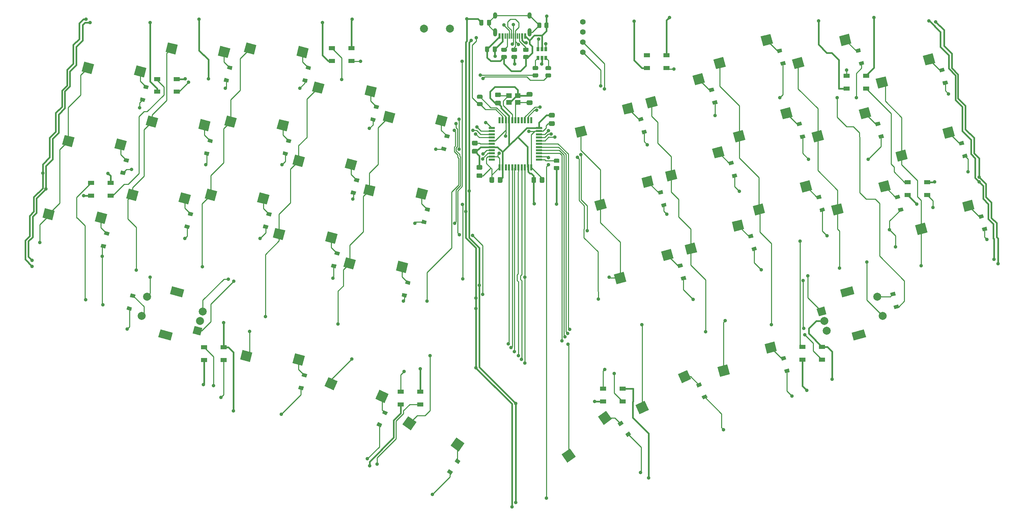
<source format=gbr>
G04 #@! TF.GenerationSoftware,KiCad,Pcbnew,(5.1.9)-1*
G04 #@! TF.CreationDate,2021-04-22T16:11:50-07:00*
G04 #@! TF.ProjectId,euclid36,6575636c-6964-4333-962e-6b696361645f,1.2*
G04 #@! TF.SameCoordinates,PX2faf080PY2faf080*
G04 #@! TF.FileFunction,Copper,L2,Bot*
G04 #@! TF.FilePolarity,Positive*
%FSLAX46Y46*%
G04 Gerber Fmt 4.6, Leading zero omitted, Abs format (unit mm)*
G04 Created by KiCad (PCBNEW (5.1.9)-1) date 2021-04-22 16:11:50*
%MOMM*%
%LPD*%
G01*
G04 APERTURE LIST*
G04 #@! TA.AperFunction,SMDPad,CuDef*
%ADD10C,0.100000*%
G04 #@! TD*
G04 #@! TA.AperFunction,SMDPad,CuDef*
%ADD11R,1.400000X1.200000*%
G04 #@! TD*
G04 #@! TA.AperFunction,SMDPad,CuDef*
%ADD12R,0.600000X1.450000*%
G04 #@! TD*
G04 #@! TA.AperFunction,SMDPad,CuDef*
%ADD13R,0.300000X1.450000*%
G04 #@! TD*
G04 #@! TA.AperFunction,ComponentPad*
%ADD14O,1.000000X2.100000*%
G04 #@! TD*
G04 #@! TA.AperFunction,ComponentPad*
%ADD15O,1.000000X1.600000*%
G04 #@! TD*
G04 #@! TA.AperFunction,SMDPad,CuDef*
%ADD16R,0.500000X1.500000*%
G04 #@! TD*
G04 #@! TA.AperFunction,SMDPad,CuDef*
%ADD17R,1.500000X0.500000*%
G04 #@! TD*
G04 #@! TA.AperFunction,SMDPad,CuDef*
%ADD18R,0.650000X1.060000*%
G04 #@! TD*
G04 #@! TA.AperFunction,ComponentPad*
%ADD19C,0.100000*%
G04 #@! TD*
G04 #@! TA.AperFunction,ComponentPad*
%ADD20C,2.000000*%
G04 #@! TD*
G04 #@! TA.AperFunction,WasherPad*
%ADD21C,0.100000*%
G04 #@! TD*
G04 #@! TA.AperFunction,ComponentPad*
%ADD22C,1.397000*%
G04 #@! TD*
G04 #@! TA.AperFunction,SMDPad,CuDef*
%ADD23R,1.500000X1.000000*%
G04 #@! TD*
G04 #@! TA.AperFunction,ViaPad*
%ADD24C,0.900000*%
G04 #@! TD*
G04 #@! TA.AperFunction,Conductor*
%ADD25C,0.254000*%
G04 #@! TD*
G04 #@! TA.AperFunction,Conductor*
%ADD26C,0.381000*%
G04 #@! TD*
G04 APERTURE END LIST*
G04 #@! TA.AperFunction,SMDPad,CuDef*
D10*
G36*
X196888973Y-46865597D02*
G01*
X195729862Y-47176180D01*
X195496925Y-46306847D01*
X196656036Y-45996264D01*
X196888973Y-46865597D01*
G37*
G04 #@! TD.AperFunction*
G04 #@! TA.AperFunction,SMDPad,CuDef*
G36*
X197743075Y-50053153D02*
G01*
X196583964Y-50363736D01*
X196351027Y-49494403D01*
X197510138Y-49183820D01*
X197743075Y-50053153D01*
G37*
G04 #@! TD.AperFunction*
D11*
X102040000Y3270000D03*
X99840000Y3270000D03*
X99840000Y1570000D03*
X102040000Y1570000D03*
D12*
X103885000Y18325000D03*
X97435000Y18325000D03*
X103110000Y18325000D03*
X98210000Y18325000D03*
D13*
X98910000Y18325000D03*
X102410000Y18325000D03*
X99410000Y18325000D03*
X101910000Y18325000D03*
X99910000Y18325000D03*
X101410000Y18325000D03*
X100910000Y18325000D03*
X100410000Y18325000D03*
D14*
X96340000Y19240000D03*
X104980000Y19240000D03*
D15*
X96340000Y23420000D03*
X104980000Y23420000D03*
D16*
X97420000Y-14710000D03*
X98220000Y-14710000D03*
X99020000Y-14710000D03*
X99820000Y-14710000D03*
X100620000Y-14710000D03*
X101420000Y-14710000D03*
X102220000Y-14710000D03*
X103020000Y-14710000D03*
X103820000Y-14710000D03*
X104620000Y-14710000D03*
X105420000Y-14710000D03*
D17*
X107320000Y-12810000D03*
X107320000Y-12010000D03*
X107320000Y-11210000D03*
X107320000Y-10410000D03*
X107320000Y-9610000D03*
X107320000Y-8810000D03*
X107320000Y-8010000D03*
X107320000Y-7210000D03*
X107320000Y-6410000D03*
X107320000Y-5610000D03*
X107320000Y-4810000D03*
D16*
X105420000Y-2910000D03*
X104620000Y-2910000D03*
X103820000Y-2910000D03*
X103020000Y-2910000D03*
X102220000Y-2910000D03*
X101420000Y-2910000D03*
X100620000Y-2910000D03*
X99820000Y-2910000D03*
X99020000Y-2910000D03*
X98220000Y-2910000D03*
X97420000Y-2910000D03*
D17*
X95520000Y-4810000D03*
X95520000Y-5610000D03*
X95520000Y-6410000D03*
X95520000Y-7210000D03*
X95520000Y-8010000D03*
X95520000Y-8810000D03*
X95520000Y-9610000D03*
X95520000Y-10410000D03*
X95520000Y-11210000D03*
X95520000Y-12010000D03*
X95520000Y-12810000D03*
D18*
X108080000Y12830000D03*
X107130000Y12830000D03*
X109030000Y12830000D03*
X109030000Y15030000D03*
X108080000Y15030000D03*
X107130000Y15030000D03*
G04 #@! TA.AperFunction,ComponentPad*
D19*
G36*
X177581794Y-52186320D02*
G01*
X177064156Y-50254468D01*
X178996008Y-49736830D01*
X179513646Y-51668682D01*
X177581794Y-52186320D01*
G37*
G04 #@! TD.AperFunction*
D20*
X178935948Y-53376390D03*
X179582996Y-55791204D03*
G04 #@! TA.AperFunction,WasherPad*
D21*
G36*
X183444343Y-47406098D02*
G01*
X182926705Y-45474247D01*
X186017667Y-44646026D01*
X186535305Y-46577877D01*
X183444343Y-47406098D01*
G37*
G04 #@! TD.AperFunction*
G04 #@! TA.AperFunction,WasherPad*
G36*
X186343117Y-58224468D02*
G01*
X185825479Y-56292617D01*
X188916441Y-55464396D01*
X189434079Y-57396247D01*
X186343117Y-58224468D01*
G37*
G04 #@! TD.AperFunction*
D20*
X192294825Y-47208699D03*
X193588920Y-52038328D03*
G04 #@! TA.AperFunction,ComponentPad*
D19*
G36*
X22873345Y-55084097D02*
G01*
X22355707Y-57015949D01*
X20423855Y-56498311D01*
X20941493Y-54566459D01*
X22873345Y-55084097D01*
G37*
G04 #@! TD.AperFunction*
D20*
X22295648Y-53376390D03*
X22942695Y-50961575D03*
G04 #@! TA.AperFunction,WasherPad*
D21*
G36*
X15406117Y-56292617D02*
G01*
X14888479Y-58224468D01*
X11797517Y-57396247D01*
X12315155Y-55464396D01*
X15406117Y-56292617D01*
G37*
G04 #@! TD.AperFunction*
G04 #@! TA.AperFunction,WasherPad*
G36*
X18304891Y-45474247D02*
G01*
X17787253Y-47406098D01*
X14696291Y-46577877D01*
X15213929Y-44646026D01*
X18304891Y-45474247D01*
G37*
G04 #@! TD.AperFunction*
D20*
X7642676Y-52038328D03*
X8936771Y-47208699D03*
G04 #@! TA.AperFunction,SMDPad,CuDef*
G36*
G01*
X101590001Y14340000D02*
X100689999Y14340000D01*
G75*
G02*
X100440000Y14589999I0J249999D01*
G01*
X100440000Y15115001D01*
G75*
G02*
X100689999Y15365000I249999J0D01*
G01*
X101590001Y15365000D01*
G75*
G02*
X101840000Y15115001I0J-249999D01*
G01*
X101840000Y14589999D01*
G75*
G02*
X101590001Y14340000I-249999J0D01*
G01*
G37*
G04 #@! TD.AperFunction*
G04 #@! TA.AperFunction,SMDPad,CuDef*
G36*
G01*
X101590001Y12515000D02*
X100689999Y12515000D01*
G75*
G02*
X100440000Y12764999I0J249999D01*
G01*
X100440000Y13290001D01*
G75*
G02*
X100689999Y13540000I249999J0D01*
G01*
X101590001Y13540000D01*
G75*
G02*
X101840000Y13290001I0J-249999D01*
G01*
X101840000Y12764999D01*
G75*
G02*
X101590001Y12515000I-249999J0D01*
G01*
G37*
G04 #@! TD.AperFunction*
G04 #@! TA.AperFunction,SMDPad,CuDef*
G36*
G01*
X104500001Y14330000D02*
X103599999Y14330000D01*
G75*
G02*
X103350000Y14579999I0J249999D01*
G01*
X103350000Y15105001D01*
G75*
G02*
X103599999Y15355000I249999J0D01*
G01*
X104500001Y15355000D01*
G75*
G02*
X104750000Y15105001I0J-249999D01*
G01*
X104750000Y14579999D01*
G75*
G02*
X104500001Y14330000I-249999J0D01*
G01*
G37*
G04 #@! TD.AperFunction*
G04 #@! TA.AperFunction,SMDPad,CuDef*
G36*
G01*
X104500001Y12505000D02*
X103599999Y12505000D01*
G75*
G02*
X103350000Y12754999I0J249999D01*
G01*
X103350000Y13280001D01*
G75*
G02*
X103599999Y13530000I249999J0D01*
G01*
X104500001Y13530000D01*
G75*
G02*
X104750000Y13280001I0J-249999D01*
G01*
X104750000Y12754999D01*
G75*
G02*
X104500001Y12505000I-249999J0D01*
G01*
G37*
G04 #@! TD.AperFunction*
G04 #@! TA.AperFunction,SMDPad,CuDef*
G36*
G01*
X99010001Y14340000D02*
X98109999Y14340000D01*
G75*
G02*
X97860000Y14589999I0J249999D01*
G01*
X97860000Y15115001D01*
G75*
G02*
X98109999Y15365000I249999J0D01*
G01*
X99010001Y15365000D01*
G75*
G02*
X99260000Y15115001I0J-249999D01*
G01*
X99260000Y14589999D01*
G75*
G02*
X99010001Y14340000I-249999J0D01*
G01*
G37*
G04 #@! TD.AperFunction*
G04 #@! TA.AperFunction,SMDPad,CuDef*
G36*
G01*
X99010001Y12515000D02*
X98109999Y12515000D01*
G75*
G02*
X97860000Y12764999I0J249999D01*
G01*
X97860000Y13290001D01*
G75*
G02*
X98109999Y13540000I249999J0D01*
G01*
X99010001Y13540000D01*
G75*
G02*
X99260000Y13290001I0J-249999D01*
G01*
X99260000Y12764999D01*
G75*
G02*
X99010001Y12515000I-249999J0D01*
G01*
G37*
G04 #@! TD.AperFunction*
G04 #@! TA.AperFunction,SMDPad,CuDef*
G36*
G01*
X110130001Y9700000D02*
X109229999Y9700000D01*
G75*
G02*
X108980000Y9949999I0J249999D01*
G01*
X108980000Y10475001D01*
G75*
G02*
X109229999Y10725000I249999J0D01*
G01*
X110130001Y10725000D01*
G75*
G02*
X110380000Y10475001I0J-249999D01*
G01*
X110380000Y9949999D01*
G75*
G02*
X110130001Y9700000I-249999J0D01*
G01*
G37*
G04 #@! TD.AperFunction*
G04 #@! TA.AperFunction,SMDPad,CuDef*
G36*
G01*
X110130001Y7875000D02*
X109229999Y7875000D01*
G75*
G02*
X108980000Y8124999I0J249999D01*
G01*
X108980000Y8650001D01*
G75*
G02*
X109229999Y8900000I249999J0D01*
G01*
X110130001Y8900000D01*
G75*
G02*
X110380000Y8650001I0J-249999D01*
G01*
X110380000Y8124999D01*
G75*
G02*
X110130001Y7875000I-249999J0D01*
G01*
G37*
G04 #@! TD.AperFunction*
G04 #@! TA.AperFunction,SMDPad,CuDef*
G36*
G01*
X106890001Y9720000D02*
X105989999Y9720000D01*
G75*
G02*
X105740000Y9969999I0J249999D01*
G01*
X105740000Y10495001D01*
G75*
G02*
X105989999Y10745000I249999J0D01*
G01*
X106890001Y10745000D01*
G75*
G02*
X107140000Y10495001I0J-249999D01*
G01*
X107140000Y9969999D01*
G75*
G02*
X106890001Y9720000I-249999J0D01*
G01*
G37*
G04 #@! TD.AperFunction*
G04 #@! TA.AperFunction,SMDPad,CuDef*
G36*
G01*
X106890001Y7895000D02*
X105989999Y7895000D01*
G75*
G02*
X105740000Y8144999I0J249999D01*
G01*
X105740000Y8670001D01*
G75*
G02*
X105989999Y8920000I249999J0D01*
G01*
X106890001Y8920000D01*
G75*
G02*
X107140000Y8670001I0J-249999D01*
G01*
X107140000Y8144999D01*
G75*
G02*
X106890001Y7895000I-249999J0D01*
G01*
G37*
G04 #@! TD.AperFunction*
G04 #@! TA.AperFunction,SMDPad,CuDef*
G36*
G01*
X108720000Y20539999D02*
X108720000Y21440001D01*
G75*
G02*
X108969999Y21690000I249999J0D01*
G01*
X109495001Y21690000D01*
G75*
G02*
X109745000Y21440001I0J-249999D01*
G01*
X109745000Y20539999D01*
G75*
G02*
X109495001Y20290000I-249999J0D01*
G01*
X108969999Y20290000D01*
G75*
G02*
X108720000Y20539999I0J249999D01*
G01*
G37*
G04 #@! TD.AperFunction*
G04 #@! TA.AperFunction,SMDPad,CuDef*
G36*
G01*
X106895000Y20539999D02*
X106895000Y21440001D01*
G75*
G02*
X107144999Y21690000I249999J0D01*
G01*
X107670001Y21690000D01*
G75*
G02*
X107920000Y21440001I0J-249999D01*
G01*
X107920000Y20539999D01*
G75*
G02*
X107670001Y20290000I-249999J0D01*
G01*
X107144999Y20290000D01*
G75*
G02*
X106895000Y20539999I0J249999D01*
G01*
G37*
G04 #@! TD.AperFunction*
G04 #@! TA.AperFunction,SMDPad,CuDef*
G36*
G01*
X92039999Y1710000D02*
X92940001Y1710000D01*
G75*
G02*
X93190000Y1460001I0J-249999D01*
G01*
X93190000Y934999D01*
G75*
G02*
X92940001Y685000I-249999J0D01*
G01*
X92039999Y685000D01*
G75*
G02*
X91790000Y934999I0J249999D01*
G01*
X91790000Y1460001D01*
G75*
G02*
X92039999Y1710000I249999J0D01*
G01*
G37*
G04 #@! TD.AperFunction*
G04 #@! TA.AperFunction,SMDPad,CuDef*
G36*
G01*
X92039999Y3535000D02*
X92940001Y3535000D01*
G75*
G02*
X93190000Y3285001I0J-249999D01*
G01*
X93190000Y2759999D01*
G75*
G02*
X92940001Y2510000I-249999J0D01*
G01*
X92039999Y2510000D01*
G75*
G02*
X91790000Y2759999I0J249999D01*
G01*
X91790000Y3285001D01*
G75*
G02*
X92039999Y3535000I249999J0D01*
G01*
G37*
G04 #@! TD.AperFunction*
G04 #@! TA.AperFunction,SMDPad,CuDef*
G36*
G01*
X112210001Y-13580000D02*
X111309999Y-13580000D01*
G75*
G02*
X111060000Y-13330001I0J249999D01*
G01*
X111060000Y-12804999D01*
G75*
G02*
X111309999Y-12555000I249999J0D01*
G01*
X112210001Y-12555000D01*
G75*
G02*
X112460000Y-12804999I0J-249999D01*
G01*
X112460000Y-13330001D01*
G75*
G02*
X112210001Y-13580000I-249999J0D01*
G01*
G37*
G04 #@! TD.AperFunction*
G04 #@! TA.AperFunction,SMDPad,CuDef*
G36*
G01*
X112210001Y-15405000D02*
X111309999Y-15405000D01*
G75*
G02*
X111060000Y-15155001I0J249999D01*
G01*
X111060000Y-14629999D01*
G75*
G02*
X111309999Y-14380000I249999J0D01*
G01*
X112210001Y-14380000D01*
G75*
G02*
X112460000Y-14629999I0J-249999D01*
G01*
X112460000Y-15155001D01*
G75*
G02*
X112210001Y-15405000I-249999J0D01*
G01*
G37*
G04 #@! TD.AperFunction*
D22*
X118340000Y21870000D03*
X118340000Y19330000D03*
X118340000Y16790000D03*
X118340000Y14250000D03*
G04 #@! TA.AperFunction,SMDPad,CuDef*
D10*
G36*
X5810138Y-47606180D02*
G01*
X4651027Y-47295597D01*
X4883964Y-46426264D01*
X6043075Y-46736847D01*
X5810138Y-47606180D01*
G37*
G04 #@! TD.AperFunction*
G04 #@! TA.AperFunction,SMDPad,CuDef*
G36*
X4956036Y-50793736D02*
G01*
X3796925Y-50483153D01*
X4029862Y-49613820D01*
X5188973Y-49924403D01*
X4956036Y-50793736D01*
G37*
G04 #@! TD.AperFunction*
G04 #@! TA.AperFunction,SMDPad,CuDef*
G36*
G01*
X94830000Y15455000D02*
X94830000Y14505000D01*
G75*
G02*
X94580000Y14255000I-250000J0D01*
G01*
X94080000Y14255000D01*
G75*
G02*
X93830000Y14505000I0J250000D01*
G01*
X93830000Y15455000D01*
G75*
G02*
X94080000Y15705000I250000J0D01*
G01*
X94580000Y15705000D01*
G75*
G02*
X94830000Y15455000I0J-250000D01*
G01*
G37*
G04 #@! TD.AperFunction*
G04 #@! TA.AperFunction,SMDPad,CuDef*
G36*
G01*
X96730000Y15455000D02*
X96730000Y14505000D01*
G75*
G02*
X96480000Y14255000I-250000J0D01*
G01*
X95980000Y14255000D01*
G75*
G02*
X95730000Y14505000I0J250000D01*
G01*
X95730000Y15455000D01*
G75*
G02*
X95980000Y15705000I250000J0D01*
G01*
X96480000Y15705000D01*
G75*
G02*
X96730000Y15455000I0J-250000D01*
G01*
G37*
G04 #@! TD.AperFunction*
G04 #@! TA.AperFunction,SMDPad,CuDef*
G36*
G01*
X96565000Y2030000D02*
X97515000Y2030000D01*
G75*
G02*
X97765000Y1780000I0J-250000D01*
G01*
X97765000Y1105000D01*
G75*
G02*
X97515000Y855000I-250000J0D01*
G01*
X96565000Y855000D01*
G75*
G02*
X96315000Y1105000I0J250000D01*
G01*
X96315000Y1780000D01*
G75*
G02*
X96565000Y2030000I250000J0D01*
G01*
G37*
G04 #@! TD.AperFunction*
G04 #@! TA.AperFunction,SMDPad,CuDef*
G36*
G01*
X96565000Y4105000D02*
X97515000Y4105000D01*
G75*
G02*
X97765000Y3855000I0J-250000D01*
G01*
X97765000Y3180000D01*
G75*
G02*
X97515000Y2930000I-250000J0D01*
G01*
X96565000Y2930000D01*
G75*
G02*
X96315000Y3180000I0J250000D01*
G01*
X96315000Y3855000D01*
G75*
G02*
X96565000Y4105000I250000J0D01*
G01*
G37*
G04 #@! TD.AperFunction*
G04 #@! TA.AperFunction,SMDPad,CuDef*
G36*
G01*
X105455000Y3040000D02*
X104505000Y3040000D01*
G75*
G02*
X104255000Y3290000I0J250000D01*
G01*
X104255000Y3965000D01*
G75*
G02*
X104505000Y4215000I250000J0D01*
G01*
X105455000Y4215000D01*
G75*
G02*
X105705000Y3965000I0J-250000D01*
G01*
X105705000Y3290000D01*
G75*
G02*
X105455000Y3040000I-250000J0D01*
G01*
G37*
G04 #@! TD.AperFunction*
G04 #@! TA.AperFunction,SMDPad,CuDef*
G36*
G01*
X105455000Y965000D02*
X104505000Y965000D01*
G75*
G02*
X104255000Y1215000I0J250000D01*
G01*
X104255000Y1890000D01*
G75*
G02*
X104505000Y2140000I250000J0D01*
G01*
X105455000Y2140000D01*
G75*
G02*
X105705000Y1890000I0J-250000D01*
G01*
X105705000Y1215000D01*
G75*
G02*
X105455000Y965000I-250000J0D01*
G01*
G37*
G04 #@! TD.AperFunction*
G04 #@! TA.AperFunction,SMDPad,CuDef*
G36*
G01*
X93390000Y22145000D02*
X93390000Y21195000D01*
G75*
G02*
X93140000Y20945000I-250000J0D01*
G01*
X92640000Y20945000D01*
G75*
G02*
X92390000Y21195000I0J250000D01*
G01*
X92390000Y22145000D01*
G75*
G02*
X92640000Y22395000I250000J0D01*
G01*
X93140000Y22395000D01*
G75*
G02*
X93390000Y22145000I0J-250000D01*
G01*
G37*
G04 #@! TD.AperFunction*
G04 #@! TA.AperFunction,SMDPad,CuDef*
G36*
G01*
X95290000Y22145000D02*
X95290000Y21195000D01*
G75*
G02*
X95040000Y20945000I-250000J0D01*
G01*
X94540000Y20945000D01*
G75*
G02*
X94290000Y21195000I0J250000D01*
G01*
X94290000Y22145000D01*
G75*
G02*
X94540000Y22395000I250000J0D01*
G01*
X95040000Y22395000D01*
G75*
G02*
X95290000Y22145000I0J-250000D01*
G01*
G37*
G04 #@! TD.AperFunction*
G04 #@! TA.AperFunction,SMDPad,CuDef*
G36*
G01*
X97000000Y-18355000D02*
X97000000Y-17405000D01*
G75*
G02*
X97250000Y-17155000I250000J0D01*
G01*
X97925000Y-17155000D01*
G75*
G02*
X98175000Y-17405000I0J-250000D01*
G01*
X98175000Y-18355000D01*
G75*
G02*
X97925000Y-18605000I-250000J0D01*
G01*
X97250000Y-18605000D01*
G75*
G02*
X97000000Y-18355000I0J250000D01*
G01*
G37*
G04 #@! TD.AperFunction*
G04 #@! TA.AperFunction,SMDPad,CuDef*
G36*
G01*
X94925000Y-18355000D02*
X94925000Y-17405000D01*
G75*
G02*
X95175000Y-17155000I250000J0D01*
G01*
X95850000Y-17155000D01*
G75*
G02*
X96100000Y-17405000I0J-250000D01*
G01*
X96100000Y-18355000D01*
G75*
G02*
X95850000Y-18605000I-250000J0D01*
G01*
X95175000Y-18605000D01*
G75*
G02*
X94925000Y-18355000I0J250000D01*
G01*
G37*
G04 #@! TD.AperFunction*
G04 #@! TA.AperFunction,SMDPad,CuDef*
G36*
G01*
X111035000Y-2210000D02*
X110085000Y-2210000D01*
G75*
G02*
X109835000Y-1960000I0J250000D01*
G01*
X109835000Y-1285000D01*
G75*
G02*
X110085000Y-1035000I250000J0D01*
G01*
X111035000Y-1035000D01*
G75*
G02*
X111285000Y-1285000I0J-250000D01*
G01*
X111285000Y-1960000D01*
G75*
G02*
X111035000Y-2210000I-250000J0D01*
G01*
G37*
G04 #@! TD.AperFunction*
G04 #@! TA.AperFunction,SMDPad,CuDef*
G36*
G01*
X111035000Y-4285000D02*
X110085000Y-4285000D01*
G75*
G02*
X109835000Y-4035000I0J250000D01*
G01*
X109835000Y-3360000D01*
G75*
G02*
X110085000Y-3110000I250000J0D01*
G01*
X111035000Y-3110000D01*
G75*
G02*
X111285000Y-3360000I0J-250000D01*
G01*
X111285000Y-4035000D01*
G75*
G02*
X111035000Y-4285000I-250000J0D01*
G01*
G37*
G04 #@! TD.AperFunction*
G04 #@! TA.AperFunction,SMDPad,CuDef*
G36*
G01*
X106620000Y-17415000D02*
X106620000Y-18365000D01*
G75*
G02*
X106370000Y-18615000I-250000J0D01*
G01*
X105695000Y-18615000D01*
G75*
G02*
X105445000Y-18365000I0J250000D01*
G01*
X105445000Y-17415000D01*
G75*
G02*
X105695000Y-17165000I250000J0D01*
G01*
X106370000Y-17165000D01*
G75*
G02*
X106620000Y-17415000I0J-250000D01*
G01*
G37*
G04 #@! TD.AperFunction*
G04 #@! TA.AperFunction,SMDPad,CuDef*
G36*
G01*
X108695000Y-17415000D02*
X108695000Y-18365000D01*
G75*
G02*
X108445000Y-18615000I-250000J0D01*
G01*
X107770000Y-18615000D01*
G75*
G02*
X107520000Y-18365000I0J250000D01*
G01*
X107520000Y-17415000D01*
G75*
G02*
X107770000Y-17165000I250000J0D01*
G01*
X108445000Y-17165000D01*
G75*
G02*
X108695000Y-17415000I0J-250000D01*
G01*
G37*
G04 #@! TD.AperFunction*
G04 #@! TA.AperFunction,SMDPad,CuDef*
G36*
G01*
X92865000Y-15320000D02*
X91915000Y-15320000D01*
G75*
G02*
X91665000Y-15070000I0J250000D01*
G01*
X91665000Y-14395000D01*
G75*
G02*
X91915000Y-14145000I250000J0D01*
G01*
X92865000Y-14145000D01*
G75*
G02*
X93115000Y-14395000I0J-250000D01*
G01*
X93115000Y-15070000D01*
G75*
G02*
X92865000Y-15320000I-250000J0D01*
G01*
G37*
G04 #@! TD.AperFunction*
G04 #@! TA.AperFunction,SMDPad,CuDef*
G36*
G01*
X92865000Y-17395000D02*
X91915000Y-17395000D01*
G75*
G02*
X91665000Y-17145000I0J250000D01*
G01*
X91665000Y-16470000D01*
G75*
G02*
X91915000Y-16220000I250000J0D01*
G01*
X92865000Y-16220000D01*
G75*
G02*
X93115000Y-16470000I0J-250000D01*
G01*
X93115000Y-17145000D01*
G75*
G02*
X92865000Y-17395000I-250000J0D01*
G01*
G37*
G04 #@! TD.AperFunction*
G04 #@! TA.AperFunction,SMDPad,CuDef*
G36*
G01*
X90775000Y-10110000D02*
X91725000Y-10110000D01*
G75*
G02*
X91975000Y-10360000I0J-250000D01*
G01*
X91975000Y-11035000D01*
G75*
G02*
X91725000Y-11285000I-250000J0D01*
G01*
X90775000Y-11285000D01*
G75*
G02*
X90525000Y-11035000I0J250000D01*
G01*
X90525000Y-10360000D01*
G75*
G02*
X90775000Y-10110000I250000J0D01*
G01*
G37*
G04 #@! TD.AperFunction*
G04 #@! TA.AperFunction,SMDPad,CuDef*
G36*
G01*
X90775000Y-8035000D02*
X91725000Y-8035000D01*
G75*
G02*
X91975000Y-8285000I0J-250000D01*
G01*
X91975000Y-8960000D01*
G75*
G02*
X91725000Y-9210000I-250000J0D01*
G01*
X90775000Y-9210000D01*
G75*
G02*
X90525000Y-8960000I0J250000D01*
G01*
X90525000Y-8285000D01*
G75*
G02*
X90775000Y-8035000I250000J0D01*
G01*
G37*
G04 #@! TD.AperFunction*
D23*
X134440000Y10240000D03*
X134440000Y13440000D03*
X139340000Y10240000D03*
X139340000Y13440000D03*
X184590000Y5070000D03*
X184590000Y8270000D03*
X189490000Y5070000D03*
X189490000Y8270000D03*
G04 #@! TA.AperFunction,SMDPad,CuDef*
D10*
G36*
X114447219Y-88952095D02*
G01*
X113013278Y-86904215D01*
X115102115Y-85441595D01*
X116536056Y-87489475D01*
X114447219Y-88952095D01*
G37*
G04 #@! TD.AperFunction*
G04 #@! TA.AperFunction,SMDPad,CuDef*
G36*
X123579513Y-79456826D02*
G01*
X122145572Y-77408946D01*
X124234409Y-75946326D01*
X125668350Y-77994206D01*
X123579513Y-79456826D01*
G37*
G04 #@! TD.AperFunction*
G04 #@! TA.AperFunction,SMDPad,CuDef*
G36*
X152771375Y-67352930D02*
G01*
X152124328Y-64938115D01*
X154587439Y-64278126D01*
X155234486Y-66692941D01*
X152771375Y-67352930D01*
G37*
G04 #@! TD.AperFunction*
G04 #@! TA.AperFunction,SMDPad,CuDef*
G36*
X164600498Y-61553725D02*
G01*
X163953451Y-59138910D01*
X166416562Y-58478921D01*
X167063609Y-60893736D01*
X164600498Y-61553725D01*
G37*
G04 #@! TD.AperFunction*
G04 #@! TA.AperFunction,SMDPad,CuDef*
G36*
X132610820Y-76782655D02*
G01*
X131554275Y-74516886D01*
X133865360Y-73439209D01*
X134921905Y-75704978D01*
X132610820Y-76782655D01*
G37*
G04 #@! TD.AperFunction*
G04 #@! TA.AperFunction,SMDPad,CuDef*
G36*
X143253210Y-69017447D02*
G01*
X142196665Y-66751678D01*
X144507750Y-65674001D01*
X145564295Y-67939770D01*
X143253210Y-69017447D01*
G37*
G04 #@! TD.AperFunction*
G04 #@! TA.AperFunction,SMDPad,CuDef*
G36*
X73088156Y-79361897D02*
G01*
X74522097Y-77314017D01*
X76610934Y-78776637D01*
X75176993Y-80824517D01*
X73088156Y-79361897D01*
G37*
G04 #@! TD.AperFunction*
G04 #@! TA.AperFunction,SMDPad,CuDef*
G36*
X85134219Y-84695873D02*
G01*
X86568160Y-82647993D01*
X88656997Y-84110613D01*
X87223056Y-86158493D01*
X85134219Y-84695873D01*
G37*
G04 #@! TD.AperFunction*
G04 #@! TA.AperFunction,SMDPad,CuDef*
G36*
X53467310Y-69716477D02*
G01*
X54523855Y-67450708D01*
X56834940Y-68528385D01*
X55778395Y-70794154D01*
X53467310Y-69716477D01*
G37*
G04 #@! TD.AperFunction*
G04 #@! TA.AperFunction,SMDPad,CuDef*
G36*
X66256601Y-72877641D02*
G01*
X67313146Y-70611872D01*
X69624231Y-71689549D01*
X68567686Y-73955318D01*
X66256601Y-72877641D01*
G37*
G04 #@! TD.AperFunction*
G04 #@! TA.AperFunction,SMDPad,CuDef*
G36*
X32309941Y-63025475D02*
G01*
X32956988Y-60610660D01*
X35420099Y-61270649D01*
X34773052Y-63685464D01*
X32309941Y-63025475D01*
G37*
G04 #@! TD.AperFunction*
G04 #@! TA.AperFunction,SMDPad,CuDef*
G36*
X45453864Y-63917778D02*
G01*
X46100911Y-61502963D01*
X48564022Y-62162952D01*
X47916975Y-64577767D01*
X45453864Y-63917778D01*
G37*
G04 #@! TD.AperFunction*
G04 #@! TA.AperFunction,SMDPad,CuDef*
G36*
X202386129Y-31707085D02*
G01*
X201739082Y-29292270D01*
X204202193Y-28632281D01*
X204849240Y-31047096D01*
X202386129Y-31707085D01*
G37*
G04 #@! TD.AperFunction*
G04 #@! TA.AperFunction,SMDPad,CuDef*
G36*
X214215252Y-25907880D02*
G01*
X213568205Y-23493065D01*
X216031316Y-22833076D01*
X216678363Y-25247891D01*
X214215252Y-25907880D01*
G37*
G04 #@! TD.AperFunction*
G04 #@! TA.AperFunction,SMDPad,CuDef*
G36*
X181355643Y-26823782D02*
G01*
X180708596Y-24408967D01*
X183171707Y-23748978D01*
X183818754Y-26163793D01*
X181355643Y-26823782D01*
G37*
G04 #@! TD.AperFunction*
G04 #@! TA.AperFunction,SMDPad,CuDef*
G36*
X193184766Y-21024577D02*
G01*
X192537719Y-18609762D01*
X195000830Y-17949773D01*
X195647877Y-20364588D01*
X193184766Y-21024577D01*
G37*
G04 #@! TD.AperFunction*
G04 #@! TA.AperFunction,SMDPad,CuDef*
G36*
X161639956Y-26847381D02*
G01*
X160992909Y-24432566D01*
X163456020Y-23772577D01*
X164103067Y-26187392D01*
X161639956Y-26847381D01*
G37*
G04 #@! TD.AperFunction*
G04 #@! TA.AperFunction,SMDPad,CuDef*
G36*
X173469079Y-21048176D02*
G01*
X172822032Y-18633361D01*
X175285143Y-17973372D01*
X175932190Y-20388187D01*
X173469079Y-21048176D01*
G37*
G04 #@! TD.AperFunction*
G04 #@! TA.AperFunction,SMDPad,CuDef*
G36*
X144553871Y-36684786D02*
G01*
X143906824Y-34269971D01*
X146369935Y-33609982D01*
X147016982Y-36024797D01*
X144553871Y-36684786D01*
G37*
G04 #@! TD.AperFunction*
G04 #@! TA.AperFunction,SMDPad,CuDef*
G36*
X156382994Y-30885581D02*
G01*
X155735947Y-28470766D01*
X158199058Y-27810777D01*
X158846105Y-30225592D01*
X156382994Y-30885581D01*
G37*
G04 #@! TD.AperFunction*
G04 #@! TA.AperFunction,SMDPad,CuDef*
G36*
X126810385Y-44068740D02*
G01*
X126163338Y-41653925D01*
X128626449Y-40993936D01*
X129273496Y-43408751D01*
X126810385Y-44068740D01*
G37*
G04 #@! TD.AperFunction*
G04 #@! TA.AperFunction,SMDPad,CuDef*
G36*
X138639508Y-38269535D02*
G01*
X137992461Y-35854720D01*
X140455572Y-35194731D01*
X141102619Y-37609546D01*
X138639508Y-38269535D01*
G37*
G04 #@! TD.AperFunction*
G04 #@! TA.AperFunction,SMDPad,CuDef*
G36*
X197455627Y-13306199D02*
G01*
X196808580Y-10891384D01*
X199271691Y-10231395D01*
X199918738Y-12646210D01*
X197455627Y-13306199D01*
G37*
G04 #@! TD.AperFunction*
G04 #@! TA.AperFunction,SMDPad,CuDef*
G36*
X209284750Y-7506994D02*
G01*
X208637703Y-5092179D01*
X211100814Y-4432190D01*
X211747861Y-6847005D01*
X209284750Y-7506994D01*
G37*
G04 #@! TD.AperFunction*
G04 #@! TA.AperFunction,SMDPad,CuDef*
G36*
X176425141Y-8422896D02*
G01*
X175778094Y-6008081D01*
X178241205Y-5348092D01*
X178888252Y-7762907D01*
X176425141Y-8422896D01*
G37*
G04 #@! TD.AperFunction*
G04 #@! TA.AperFunction,SMDPad,CuDef*
G36*
X188254264Y-2623691D02*
G01*
X187607217Y-208876D01*
X190070328Y451113D01*
X190717375Y-1963702D01*
X188254264Y-2623691D01*
G37*
G04 #@! TD.AperFunction*
G04 #@! TA.AperFunction,SMDPad,CuDef*
G36*
X156709454Y-8446495D02*
G01*
X156062407Y-6031680D01*
X158525518Y-5371691D01*
X159172565Y-7786506D01*
X156709454Y-8446495D01*
G37*
G04 #@! TD.AperFunction*
G04 #@! TA.AperFunction,SMDPad,CuDef*
G36*
X168538577Y-2647290D02*
G01*
X167891530Y-232475D01*
X170354641Y427514D01*
X171001688Y-1987301D01*
X168538577Y-2647290D01*
G37*
G04 #@! TD.AperFunction*
G04 #@! TA.AperFunction,SMDPad,CuDef*
G36*
X139623369Y-18283900D02*
G01*
X138976322Y-15869085D01*
X141439433Y-15209096D01*
X142086480Y-17623911D01*
X139623369Y-18283900D01*
G37*
G04 #@! TD.AperFunction*
G04 #@! TA.AperFunction,SMDPad,CuDef*
G36*
X151452492Y-12484695D02*
G01*
X150805445Y-10069880D01*
X153268556Y-9409891D01*
X153915603Y-11824706D01*
X151452492Y-12484695D01*
G37*
G04 #@! TD.AperFunction*
G04 #@! TA.AperFunction,SMDPad,CuDef*
G36*
X121879883Y-25667854D02*
G01*
X121232836Y-23253039D01*
X123695947Y-22593050D01*
X124342994Y-25007865D01*
X121879883Y-25667854D01*
G37*
G04 #@! TD.AperFunction*
G04 #@! TA.AperFunction,SMDPad,CuDef*
G36*
X133709006Y-19868649D02*
G01*
X133061959Y-17453834D01*
X135525070Y-16793845D01*
X136172117Y-19208660D01*
X133709006Y-19868649D01*
G37*
G04 #@! TD.AperFunction*
G04 #@! TA.AperFunction,SMDPad,CuDef*
G36*
X192525125Y5094687D02*
G01*
X191878078Y7509502D01*
X194341189Y8169491D01*
X194988236Y5754676D01*
X192525125Y5094687D01*
G37*
G04 #@! TD.AperFunction*
G04 #@! TA.AperFunction,SMDPad,CuDef*
G36*
X204354248Y10893892D02*
G01*
X203707201Y13308707D01*
X206170312Y13968696D01*
X206817359Y11553881D01*
X204354248Y10893892D01*
G37*
G04 #@! TD.AperFunction*
G04 #@! TA.AperFunction,SMDPad,CuDef*
G36*
X171494639Y9977990D02*
G01*
X170847592Y12392805D01*
X173310703Y13052794D01*
X173957750Y10637979D01*
X171494639Y9977990D01*
G37*
G04 #@! TD.AperFunction*
G04 #@! TA.AperFunction,SMDPad,CuDef*
G36*
X183323762Y15777195D02*
G01*
X182676715Y18192010D01*
X185139826Y18851999D01*
X185786873Y16437184D01*
X183323762Y15777195D01*
G37*
G04 #@! TD.AperFunction*
G04 #@! TA.AperFunction,SMDPad,CuDef*
G36*
X151778952Y9954391D02*
G01*
X151131905Y12369206D01*
X153595016Y13029195D01*
X154242063Y10614380D01*
X151778952Y9954391D01*
G37*
G04 #@! TD.AperFunction*
G04 #@! TA.AperFunction,SMDPad,CuDef*
G36*
X163608075Y15753596D02*
G01*
X162961028Y18168411D01*
X165424139Y18828400D01*
X166071186Y16413585D01*
X163608075Y15753596D01*
G37*
G04 #@! TD.AperFunction*
G04 #@! TA.AperFunction,SMDPad,CuDef*
G36*
X134692867Y116986D02*
G01*
X134045820Y2531801D01*
X136508931Y3191790D01*
X137155978Y776975D01*
X134692867Y116986D01*
G37*
G04 #@! TD.AperFunction*
G04 #@! TA.AperFunction,SMDPad,CuDef*
G36*
X146521990Y5916191D02*
G01*
X145874943Y8331006D01*
X148338054Y8990995D01*
X148985101Y6576180D01*
X146521990Y5916191D01*
G37*
G04 #@! TD.AperFunction*
G04 #@! TA.AperFunction,SMDPad,CuDef*
G36*
X116949381Y-7266968D02*
G01*
X116302334Y-4852153D01*
X118765445Y-4192164D01*
X119412492Y-6606979D01*
X116949381Y-7266968D01*
G37*
G04 #@! TD.AperFunction*
G04 #@! TA.AperFunction,SMDPad,CuDef*
G36*
X128778504Y-1467763D02*
G01*
X128131457Y947052D01*
X130594568Y1607041D01*
X131241615Y-807774D01*
X128778504Y-1467763D01*
G37*
G04 #@! TD.AperFunction*
G04 #@! TA.AperFunction,SMDPad,CuDef*
G36*
X58270931Y-39741285D02*
G01*
X58917978Y-37326470D01*
X61381089Y-37986459D01*
X60734042Y-40401274D01*
X58270931Y-39741285D01*
G37*
G04 #@! TD.AperFunction*
G04 #@! TA.AperFunction,SMDPad,CuDef*
G36*
X71414854Y-40633588D02*
G01*
X72061901Y-38218773D01*
X74525012Y-38878762D01*
X73877965Y-41293577D01*
X71414854Y-40633588D01*
G37*
G04 #@! TD.AperFunction*
G04 #@! TA.AperFunction,SMDPad,CuDef*
G36*
X40527445Y-32357331D02*
G01*
X41174492Y-29942516D01*
X43637603Y-30602505D01*
X42990556Y-33017320D01*
X40527445Y-32357331D01*
G37*
G04 #@! TD.AperFunction*
G04 #@! TA.AperFunction,SMDPad,CuDef*
G36*
X53671368Y-33249634D02*
G01*
X54318415Y-30834819D01*
X56781526Y-31494808D01*
X56134479Y-33909623D01*
X53671368Y-33249634D01*
G37*
G04 #@! TD.AperFunction*
G04 #@! TA.AperFunction,SMDPad,CuDef*
G36*
X23441360Y-22519926D02*
G01*
X24088407Y-20105111D01*
X26551518Y-20765100D01*
X25904471Y-23179915D01*
X23441360Y-22519926D01*
G37*
G04 #@! TD.AperFunction*
G04 #@! TA.AperFunction,SMDPad,CuDef*
G36*
X36585283Y-23412229D02*
G01*
X37232330Y-20997414D01*
X39695441Y-21657403D01*
X39048394Y-24072218D01*
X36585283Y-23412229D01*
G37*
G04 #@! TD.AperFunction*
G04 #@! TA.AperFunction,SMDPad,CuDef*
G36*
X3725673Y-22496327D02*
G01*
X4372720Y-20081512D01*
X6835831Y-20741501D01*
X6188784Y-23156316D01*
X3725673Y-22496327D01*
G37*
G04 #@! TD.AperFunction*
G04 #@! TA.AperFunction,SMDPad,CuDef*
G36*
X16869596Y-23388630D02*
G01*
X17516643Y-20973815D01*
X19979754Y-21633804D01*
X19332707Y-24048619D01*
X16869596Y-23388630D01*
G37*
G04 #@! TD.AperFunction*
G04 #@! TA.AperFunction,SMDPad,CuDef*
G36*
X-17304813Y-27379631D02*
G01*
X-16657766Y-24964816D01*
X-14194655Y-25624805D01*
X-14841702Y-28039620D01*
X-17304813Y-27379631D01*
G37*
G04 #@! TD.AperFunction*
G04 #@! TA.AperFunction,SMDPad,CuDef*
G36*
X-4160890Y-28271934D02*
G01*
X-3513843Y-25857119D01*
X-1050732Y-26517108D01*
X-1697779Y-28931923D01*
X-4160890Y-28271934D01*
G37*
G04 #@! TD.AperFunction*
G04 #@! TA.AperFunction,SMDPad,CuDef*
G36*
X63201433Y-21340399D02*
G01*
X63848480Y-18925584D01*
X66311591Y-19585573D01*
X65664544Y-22000388D01*
X63201433Y-21340399D01*
G37*
G04 #@! TD.AperFunction*
G04 #@! TA.AperFunction,SMDPad,CuDef*
G36*
X76345356Y-22232702D02*
G01*
X76992403Y-19817887D01*
X79455514Y-20477876D01*
X78808467Y-22892691D01*
X76345356Y-22232702D01*
G37*
G04 #@! TD.AperFunction*
G04 #@! TA.AperFunction,SMDPad,CuDef*
G36*
X45457947Y-13956445D02*
G01*
X46104994Y-11541630D01*
X48568105Y-12201619D01*
X47921058Y-14616434D01*
X45457947Y-13956445D01*
G37*
G04 #@! TD.AperFunction*
G04 #@! TA.AperFunction,SMDPad,CuDef*
G36*
X58601870Y-14848748D02*
G01*
X59248917Y-12433933D01*
X61712028Y-13093922D01*
X61064981Y-15508737D01*
X58601870Y-14848748D01*
G37*
G04 #@! TD.AperFunction*
G04 #@! TA.AperFunction,SMDPad,CuDef*
G36*
X28371862Y-4119040D02*
G01*
X29018909Y-1704225D01*
X31482020Y-2364214D01*
X30834973Y-4779029D01*
X28371862Y-4119040D01*
G37*
G04 #@! TD.AperFunction*
G04 #@! TA.AperFunction,SMDPad,CuDef*
G36*
X41515785Y-5011343D02*
G01*
X42162832Y-2596528D01*
X44625943Y-3256517D01*
X43978896Y-5671332D01*
X41515785Y-5011343D01*
G37*
G04 #@! TD.AperFunction*
G04 #@! TA.AperFunction,SMDPad,CuDef*
G36*
X8656175Y-4095441D02*
G01*
X9303222Y-1680626D01*
X11766333Y-2340615D01*
X11119286Y-4755430D01*
X8656175Y-4095441D01*
G37*
G04 #@! TD.AperFunction*
G04 #@! TA.AperFunction,SMDPad,CuDef*
G36*
X21800098Y-4987744D02*
G01*
X22447145Y-2572929D01*
X24910256Y-3232918D01*
X24263209Y-5647733D01*
X21800098Y-4987744D01*
G37*
G04 #@! TD.AperFunction*
G04 #@! TA.AperFunction,SMDPad,CuDef*
G36*
X-12374311Y-8978745D02*
G01*
X-11727264Y-6563930D01*
X-9264153Y-7223919D01*
X-9911200Y-9638734D01*
X-12374311Y-8978745D01*
G37*
G04 #@! TD.AperFunction*
G04 #@! TA.AperFunction,SMDPad,CuDef*
G36*
X769612Y-9871048D02*
G01*
X1416659Y-7456233D01*
X3879770Y-8116222D01*
X3232723Y-10531037D01*
X769612Y-9871048D01*
G37*
G04 #@! TD.AperFunction*
G04 #@! TA.AperFunction,SMDPad,CuDef*
G36*
X68131935Y-2939513D02*
G01*
X68778982Y-524698D01*
X71242093Y-1184687D01*
X70595046Y-3599502D01*
X68131935Y-2939513D01*
G37*
G04 #@! TD.AperFunction*
G04 #@! TA.AperFunction,SMDPad,CuDef*
G36*
X81275858Y-3831816D02*
G01*
X81922905Y-1417001D01*
X84386016Y-2076990D01*
X83738969Y-4491805D01*
X81275858Y-3831816D01*
G37*
G04 #@! TD.AperFunction*
G04 #@! TA.AperFunction,SMDPad,CuDef*
G36*
X50388449Y4444441D02*
G01*
X51035496Y6859256D01*
X53498607Y6199267D01*
X52851560Y3784452D01*
X50388449Y4444441D01*
G37*
G04 #@! TD.AperFunction*
G04 #@! TA.AperFunction,SMDPad,CuDef*
G36*
X63532372Y3552138D02*
G01*
X64179419Y5966953D01*
X66642530Y5306964D01*
X65995483Y2892149D01*
X63532372Y3552138D01*
G37*
G04 #@! TD.AperFunction*
G04 #@! TA.AperFunction,SMDPad,CuDef*
G36*
X33302364Y14281846D02*
G01*
X33949411Y16696661D01*
X36412522Y16036672D01*
X35765475Y13621857D01*
X33302364Y14281846D01*
G37*
G04 #@! TD.AperFunction*
G04 #@! TA.AperFunction,SMDPad,CuDef*
G36*
X46446287Y13389543D02*
G01*
X47093334Y15804358D01*
X49556445Y15144369D01*
X48909398Y12729554D01*
X46446287Y13389543D01*
G37*
G04 #@! TD.AperFunction*
G04 #@! TA.AperFunction,SMDPad,CuDef*
G36*
X13586677Y14305445D02*
G01*
X14233724Y16720260D01*
X16696835Y16060271D01*
X16049788Y13645456D01*
X13586677Y14305445D01*
G37*
G04 #@! TD.AperFunction*
G04 #@! TA.AperFunction,SMDPad,CuDef*
G36*
X26730600Y13413142D02*
G01*
X27377647Y15827957D01*
X29840758Y15167968D01*
X29193711Y12753153D01*
X26730600Y13413142D01*
G37*
G04 #@! TD.AperFunction*
G04 #@! TA.AperFunction,SMDPad,CuDef*
G36*
X-7443809Y9422141D02*
G01*
X-6796762Y11836956D01*
X-4333651Y11176967D01*
X-4980698Y8762152D01*
X-7443809Y9422141D01*
G37*
G04 #@! TD.AperFunction*
G04 #@! TA.AperFunction,SMDPad,CuDef*
G36*
X5700114Y8529838D02*
G01*
X6347161Y10944653D01*
X8810272Y10284664D01*
X8163225Y7869849D01*
X5700114Y8529838D01*
G37*
G04 #@! TD.AperFunction*
D20*
X78512500Y20155000D03*
X85012500Y20155000D03*
G04 #@! TA.AperFunction,SMDPad,CuDef*
D10*
G36*
X9161309Y4879638D02*
G01*
X8002198Y5190221D01*
X8235135Y6059554D01*
X9394246Y5748971D01*
X9161309Y4879638D01*
G37*
G04 #@! TD.AperFunction*
G04 #@! TA.AperFunction,SMDPad,CuDef*
G36*
X8307207Y1692082D02*
G01*
X7148096Y2002665D01*
X7381033Y2871998D01*
X8540144Y2561415D01*
X8307207Y1692082D01*
G37*
G04 #@! TD.AperFunction*
G04 #@! TA.AperFunction,SMDPad,CuDef*
G36*
X29337693Y6575386D02*
G01*
X28178582Y6885969D01*
X28411519Y7755302D01*
X29570630Y7444719D01*
X29337693Y6575386D01*
G37*
G04 #@! TD.AperFunction*
G04 #@! TA.AperFunction,SMDPad,CuDef*
G36*
X30191795Y9762942D02*
G01*
X29032684Y10073525D01*
X29265621Y10942858D01*
X30424732Y10632275D01*
X30191795Y9762942D01*
G37*
G04 #@! TD.AperFunction*
G04 #@! TA.AperFunction,SMDPad,CuDef*
G36*
X49907482Y9739343D02*
G01*
X48748371Y10049926D01*
X48981308Y10919259D01*
X50140419Y10608676D01*
X49907482Y9739343D01*
G37*
G04 #@! TD.AperFunction*
G04 #@! TA.AperFunction,SMDPad,CuDef*
G36*
X49053380Y6551787D02*
G01*
X47894269Y6862370D01*
X48127206Y7731703D01*
X49286317Y7421120D01*
X49053380Y6551787D01*
G37*
G04 #@! TD.AperFunction*
G04 #@! TA.AperFunction,SMDPad,CuDef*
G36*
X66139465Y-3285618D02*
G01*
X64980354Y-2975035D01*
X65213291Y-2105702D01*
X66372402Y-2416285D01*
X66139465Y-3285618D01*
G37*
G04 #@! TD.AperFunction*
G04 #@! TA.AperFunction,SMDPad,CuDef*
G36*
X66993567Y-98062D02*
G01*
X65834456Y212521D01*
X66067393Y1081854D01*
X67226504Y771271D01*
X66993567Y-98062D01*
G37*
G04 #@! TD.AperFunction*
G04 #@! TA.AperFunction,SMDPad,CuDef*
G36*
X84737053Y-7482016D02*
G01*
X83577942Y-7171433D01*
X83810879Y-6302100D01*
X84969990Y-6612683D01*
X84737053Y-7482016D01*
G37*
G04 #@! TD.AperFunction*
G04 #@! TA.AperFunction,SMDPad,CuDef*
G36*
X83882951Y-10669572D02*
G01*
X82723840Y-10358989D01*
X82956777Y-9489656D01*
X84115888Y-9800239D01*
X83882951Y-10669572D01*
G37*
G04 #@! TD.AperFunction*
G04 #@! TA.AperFunction,SMDPad,CuDef*
G36*
X3376705Y-16708804D02*
G01*
X2217594Y-16398221D01*
X2450531Y-15528888D01*
X3609642Y-15839471D01*
X3376705Y-16708804D01*
G37*
G04 #@! TD.AperFunction*
G04 #@! TA.AperFunction,SMDPad,CuDef*
G36*
X4230807Y-13521248D02*
G01*
X3071696Y-13210665D01*
X3304633Y-12341332D01*
X4463744Y-12651915D01*
X4230807Y-13521248D01*
G37*
G04 #@! TD.AperFunction*
G04 #@! TA.AperFunction,SMDPad,CuDef*
G36*
X25261293Y-8637944D02*
G01*
X24102182Y-8327361D01*
X24335119Y-7458028D01*
X25494230Y-7768611D01*
X25261293Y-8637944D01*
G37*
G04 #@! TD.AperFunction*
G04 #@! TA.AperFunction,SMDPad,CuDef*
G36*
X24407191Y-11825500D02*
G01*
X23248080Y-11514917D01*
X23481017Y-10645584D01*
X24640128Y-10956167D01*
X24407191Y-11825500D01*
G37*
G04 #@! TD.AperFunction*
G04 #@! TA.AperFunction,SMDPad,CuDef*
G36*
X44122878Y-11849099D02*
G01*
X42963767Y-11538516D01*
X43196704Y-10669183D01*
X44355815Y-10979766D01*
X44122878Y-11849099D01*
G37*
G04 #@! TD.AperFunction*
G04 #@! TA.AperFunction,SMDPad,CuDef*
G36*
X44976980Y-8661543D02*
G01*
X43817869Y-8350960D01*
X44050806Y-7481627D01*
X45209917Y-7792210D01*
X44976980Y-8661543D01*
G37*
G04 #@! TD.AperFunction*
G04 #@! TA.AperFunction,SMDPad,CuDef*
G36*
X62063065Y-18498948D02*
G01*
X60903954Y-18188365D01*
X61136891Y-17319032D01*
X62296002Y-17629615D01*
X62063065Y-18498948D01*
G37*
G04 #@! TD.AperFunction*
G04 #@! TA.AperFunction,SMDPad,CuDef*
G36*
X61208963Y-21686504D02*
G01*
X60049852Y-21375921D01*
X60282789Y-20506588D01*
X61441900Y-20817171D01*
X61208963Y-21686504D01*
G37*
G04 #@! TD.AperFunction*
G04 #@! TA.AperFunction,SMDPad,CuDef*
G36*
X78952449Y-29070458D02*
G01*
X77793338Y-28759875D01*
X78026275Y-27890542D01*
X79185386Y-28201125D01*
X78952449Y-29070458D01*
G37*
G04 #@! TD.AperFunction*
G04 #@! TA.AperFunction,SMDPad,CuDef*
G36*
X79806551Y-25882902D02*
G01*
X78647440Y-25572319D01*
X78880377Y-24702986D01*
X80039488Y-25013569D01*
X79806551Y-25882902D01*
G37*
G04 #@! TD.AperFunction*
G04 #@! TA.AperFunction,SMDPad,CuDef*
G36*
X-699695Y-31922134D02*
G01*
X-1858806Y-31611551D01*
X-1625869Y-30742218D01*
X-466758Y-31052801D01*
X-699695Y-31922134D01*
G37*
G04 #@! TD.AperFunction*
G04 #@! TA.AperFunction,SMDPad,CuDef*
G36*
X-1553797Y-35109690D02*
G01*
X-2712908Y-34799107D01*
X-2479971Y-33929774D01*
X-1320860Y-34240357D01*
X-1553797Y-35109690D01*
G37*
G04 #@! TD.AperFunction*
G04 #@! TA.AperFunction,SMDPad,CuDef*
G36*
X19476689Y-30226386D02*
G01*
X18317578Y-29915803D01*
X18550515Y-29046470D01*
X19709626Y-29357053D01*
X19476689Y-30226386D01*
G37*
G04 #@! TD.AperFunction*
G04 #@! TA.AperFunction,SMDPad,CuDef*
G36*
X20330791Y-27038830D02*
G01*
X19171680Y-26728247D01*
X19404617Y-25858914D01*
X20563728Y-26169497D01*
X20330791Y-27038830D01*
G37*
G04 #@! TD.AperFunction*
G04 #@! TA.AperFunction,SMDPad,CuDef*
G36*
X40046478Y-27062429D02*
G01*
X38887367Y-26751846D01*
X39120304Y-25882513D01*
X40279415Y-26193096D01*
X40046478Y-27062429D01*
G37*
G04 #@! TD.AperFunction*
G04 #@! TA.AperFunction,SMDPad,CuDef*
G36*
X39192376Y-30249985D02*
G01*
X38033265Y-29939402D01*
X38266202Y-29070069D01*
X39425313Y-29380652D01*
X39192376Y-30249985D01*
G37*
G04 #@! TD.AperFunction*
G04 #@! TA.AperFunction,SMDPad,CuDef*
G36*
X56278461Y-40087390D02*
G01*
X55119350Y-39776807D01*
X55352287Y-38907474D01*
X56511398Y-39218057D01*
X56278461Y-40087390D01*
G37*
G04 #@! TD.AperFunction*
G04 #@! TA.AperFunction,SMDPad,CuDef*
G36*
X57132563Y-36899834D02*
G01*
X55973452Y-36589251D01*
X56206389Y-35719918D01*
X57365500Y-36030501D01*
X57132563Y-36899834D01*
G37*
G04 #@! TD.AperFunction*
G04 #@! TA.AperFunction,SMDPad,CuDef*
G36*
X74876049Y-44283788D02*
G01*
X73716938Y-43973205D01*
X73949875Y-43103872D01*
X75108986Y-43414455D01*
X74876049Y-44283788D01*
G37*
G04 #@! TD.AperFunction*
G04 #@! TA.AperFunction,SMDPad,CuDef*
G36*
X74021947Y-47471344D02*
G01*
X72862836Y-47160761D01*
X73095773Y-46291428D01*
X74254884Y-46602011D01*
X74021947Y-47471344D01*
G37*
G04 #@! TD.AperFunction*
G04 #@! TA.AperFunction,SMDPad,CuDef*
G36*
X133601088Y-2898331D02*
G01*
X132441977Y-3208914D01*
X132209040Y-2339581D01*
X133368151Y-2028998D01*
X133601088Y-2898331D01*
G37*
G04 #@! TD.AperFunction*
G04 #@! TA.AperFunction,SMDPad,CuDef*
G36*
X134455190Y-6085887D02*
G01*
X133296079Y-6396470D01*
X133063142Y-5527137D01*
X134222253Y-5216554D01*
X134455190Y-6085887D01*
G37*
G04 #@! TD.AperFunction*
G04 #@! TA.AperFunction,SMDPad,CuDef*
G36*
X152198676Y1298067D02*
G01*
X151039565Y987484D01*
X150806628Y1856817D01*
X151965739Y2167400D01*
X152198676Y1298067D01*
G37*
G04 #@! TD.AperFunction*
G04 #@! TA.AperFunction,SMDPad,CuDef*
G36*
X151344574Y4485623D02*
G01*
X150185463Y4175040D01*
X149952526Y5044373D01*
X151111637Y5354956D01*
X151344574Y4485623D01*
G37*
G04 #@! TD.AperFunction*
G04 #@! TA.AperFunction,SMDPad,CuDef*
G36*
X168430659Y14323028D02*
G01*
X167271548Y14012445D01*
X167038611Y14881778D01*
X168197722Y15192361D01*
X168430659Y14323028D01*
G37*
G04 #@! TD.AperFunction*
G04 #@! TA.AperFunction,SMDPad,CuDef*
G36*
X169284761Y11135472D02*
G01*
X168125650Y10824889D01*
X167892713Y11694222D01*
X169051824Y12004805D01*
X169284761Y11135472D01*
G37*
G04 #@! TD.AperFunction*
G04 #@! TA.AperFunction,SMDPad,CuDef*
G36*
X189000448Y11159071D02*
G01*
X187841337Y10848488D01*
X187608400Y11717821D01*
X188767511Y12028404D01*
X189000448Y11159071D01*
G37*
G04 #@! TD.AperFunction*
G04 #@! TA.AperFunction,SMDPad,CuDef*
G36*
X188146346Y14346627D02*
G01*
X186987235Y14036044D01*
X186754298Y14905377D01*
X187913409Y15215960D01*
X188146346Y14346627D01*
G37*
G04 #@! TD.AperFunction*
G04 #@! TA.AperFunction,SMDPad,CuDef*
G36*
X210030934Y6275768D02*
G01*
X208871823Y5965185D01*
X208638886Y6834518D01*
X209797997Y7145101D01*
X210030934Y6275768D01*
G37*
G04 #@! TD.AperFunction*
G04 #@! TA.AperFunction,SMDPad,CuDef*
G36*
X209176832Y9463324D02*
G01*
X208017721Y9152741D01*
X207784784Y10022074D01*
X208943895Y10332657D01*
X209176832Y9463324D01*
G37*
G04 #@! TD.AperFunction*
G04 #@! TA.AperFunction,SMDPad,CuDef*
G36*
X139385692Y-24486773D02*
G01*
X138226581Y-24797356D01*
X137993644Y-23928023D01*
X139152755Y-23617440D01*
X139385692Y-24486773D01*
G37*
G04 #@! TD.AperFunction*
G04 #@! TA.AperFunction,SMDPad,CuDef*
G36*
X138531590Y-21299217D02*
G01*
X137372479Y-21609800D01*
X137139542Y-20740467D01*
X138298653Y-20429884D01*
X138531590Y-21299217D01*
G37*
G04 #@! TD.AperFunction*
G04 #@! TA.AperFunction,SMDPad,CuDef*
G36*
X156275076Y-13915263D02*
G01*
X155115965Y-14225846D01*
X154883028Y-13356513D01*
X156042139Y-13045930D01*
X156275076Y-13915263D01*
G37*
G04 #@! TD.AperFunction*
G04 #@! TA.AperFunction,SMDPad,CuDef*
G36*
X157129178Y-17102819D02*
G01*
X155970067Y-17413402D01*
X155737130Y-16544069D01*
X156896241Y-16233486D01*
X157129178Y-17102819D01*
G37*
G04 #@! TD.AperFunction*
G04 #@! TA.AperFunction,SMDPad,CuDef*
G36*
X174215263Y-7265414D02*
G01*
X173056152Y-7575997D01*
X172823215Y-6706664D01*
X173982326Y-6396081D01*
X174215263Y-7265414D01*
G37*
G04 #@! TD.AperFunction*
G04 #@! TA.AperFunction,SMDPad,CuDef*
G36*
X173361161Y-4077858D02*
G01*
X172202050Y-4388441D01*
X171969113Y-3519108D01*
X173128224Y-3208525D01*
X173361161Y-4077858D01*
G37*
G04 #@! TD.AperFunction*
G04 #@! TA.AperFunction,SMDPad,CuDef*
G36*
X193076848Y-4054259D02*
G01*
X191917737Y-4364842D01*
X191684800Y-3495509D01*
X192843911Y-3184926D01*
X193076848Y-4054259D01*
G37*
G04 #@! TD.AperFunction*
G04 #@! TA.AperFunction,SMDPad,CuDef*
G36*
X193930950Y-7241815D02*
G01*
X192771839Y-7552398D01*
X192538902Y-6683065D01*
X193698013Y-6372482D01*
X193930950Y-7241815D01*
G37*
G04 #@! TD.AperFunction*
G04 #@! TA.AperFunction,SMDPad,CuDef*
G36*
X214107334Y-8937562D02*
G01*
X212948223Y-9248145D01*
X212715286Y-8378812D01*
X213874397Y-8068229D01*
X214107334Y-8937562D01*
G37*
G04 #@! TD.AperFunction*
G04 #@! TA.AperFunction,SMDPad,CuDef*
G36*
X214961436Y-12125118D02*
G01*
X213802325Y-12435701D01*
X213569388Y-11566368D01*
X214728499Y-11255785D01*
X214961436Y-12125118D01*
G37*
G04 #@! TD.AperFunction*
G04 #@! TA.AperFunction,SMDPad,CuDef*
G36*
X143462092Y-39700103D02*
G01*
X142302981Y-40010686D01*
X142070044Y-39141353D01*
X143229155Y-38830770D01*
X143462092Y-39700103D01*
G37*
G04 #@! TD.AperFunction*
G04 #@! TA.AperFunction,SMDPad,CuDef*
G36*
X144316194Y-42887659D02*
G01*
X143157083Y-43198242D01*
X142924146Y-42328909D01*
X144083257Y-42018326D01*
X144316194Y-42887659D01*
G37*
G04 #@! TD.AperFunction*
G04 #@! TA.AperFunction,SMDPad,CuDef*
G36*
X162059680Y-35503705D02*
G01*
X160900569Y-35814288D01*
X160667632Y-34944955D01*
X161826743Y-34634372D01*
X162059680Y-35503705D01*
G37*
G04 #@! TD.AperFunction*
G04 #@! TA.AperFunction,SMDPad,CuDef*
G36*
X161205578Y-32316149D02*
G01*
X160046467Y-32626732D01*
X159813530Y-31757399D01*
X160972641Y-31446816D01*
X161205578Y-32316149D01*
G37*
G04 #@! TD.AperFunction*
G04 #@! TA.AperFunction,SMDPad,CuDef*
G36*
X178291663Y-22478744D02*
G01*
X177132552Y-22789327D01*
X176899615Y-21919994D01*
X178058726Y-21609411D01*
X178291663Y-22478744D01*
G37*
G04 #@! TD.AperFunction*
G04 #@! TA.AperFunction,SMDPad,CuDef*
G36*
X179145765Y-25666300D02*
G01*
X177986654Y-25976883D01*
X177753717Y-25107550D01*
X178912828Y-24796967D01*
X179145765Y-25666300D01*
G37*
G04 #@! TD.AperFunction*
G04 #@! TA.AperFunction,SMDPad,CuDef*
G36*
X198861452Y-25642701D02*
G01*
X197702341Y-25953284D01*
X197469404Y-25083951D01*
X198628515Y-24773368D01*
X198861452Y-25642701D01*
G37*
G04 #@! TD.AperFunction*
G04 #@! TA.AperFunction,SMDPad,CuDef*
G36*
X198007350Y-22455145D02*
G01*
X196848239Y-22765728D01*
X196615302Y-21896395D01*
X197774413Y-21585812D01*
X198007350Y-22455145D01*
G37*
G04 #@! TD.AperFunction*
G04 #@! TA.AperFunction,SMDPad,CuDef*
G36*
X219891938Y-30526004D02*
G01*
X218732827Y-30836587D01*
X218499890Y-29967254D01*
X219659001Y-29656671D01*
X219891938Y-30526004D01*
G37*
G04 #@! TD.AperFunction*
G04 #@! TA.AperFunction,SMDPad,CuDef*
G36*
X219037836Y-27338448D02*
G01*
X217878725Y-27649031D01*
X217645788Y-26779698D01*
X218804899Y-26469115D01*
X219037836Y-27338448D01*
G37*
G04 #@! TD.AperFunction*
G04 #@! TA.AperFunction,SMDPad,CuDef*
G36*
X48915059Y-67567978D02*
G01*
X47755948Y-67257395D01*
X47988885Y-66388062D01*
X49147996Y-66698645D01*
X48915059Y-67567978D01*
G37*
G04 #@! TD.AperFunction*
G04 #@! TA.AperFunction,SMDPad,CuDef*
G36*
X48060957Y-70755534D02*
G01*
X46901846Y-70444951D01*
X47134783Y-69575618D01*
X48293894Y-69886201D01*
X48060957Y-70755534D01*
G37*
G04 #@! TD.AperFunction*
G04 #@! TA.AperFunction,SMDPad,CuDef*
G36*
X69031361Y-77073417D02*
G01*
X67943792Y-76566276D01*
X68324149Y-75750599D01*
X69411718Y-76257740D01*
X69031361Y-77073417D01*
G37*
G04 #@! TD.AperFunction*
G04 #@! TA.AperFunction,SMDPad,CuDef*
G36*
X67636721Y-80064233D02*
G01*
X66549152Y-79557092D01*
X66929509Y-78741415D01*
X68017078Y-79248556D01*
X67636721Y-80064233D01*
G37*
G04 #@! TD.AperFunction*
G04 #@! TA.AperFunction,SMDPad,CuDef*
G36*
X85245434Y-92012940D02*
G01*
X84262451Y-91324649D01*
X84778670Y-90587412D01*
X85761653Y-91275703D01*
X85245434Y-92012940D01*
G37*
G04 #@! TD.AperFunction*
G04 #@! TA.AperFunction,SMDPad,CuDef*
G36*
X87138236Y-89309738D02*
G01*
X86155253Y-88621447D01*
X86671472Y-87884210D01*
X87654455Y-88572501D01*
X87138236Y-89309738D01*
G37*
G04 #@! TD.AperFunction*
G04 #@! TA.AperFunction,SMDPad,CuDef*
G36*
X149645584Y-72579666D02*
G01*
X148558015Y-73086807D01*
X148177658Y-72271130D01*
X149265227Y-71763989D01*
X149645584Y-72579666D01*
G37*
G04 #@! TD.AperFunction*
G04 #@! TA.AperFunction,SMDPad,CuDef*
G36*
X148250944Y-69588850D02*
G01*
X147163375Y-70095991D01*
X146783018Y-69280314D01*
X147870587Y-68773173D01*
X148250944Y-69588850D01*
G37*
G04 #@! TD.AperFunction*
G04 #@! TA.AperFunction,SMDPad,CuDef*
G36*
X169423082Y-62984293D02*
G01*
X168263971Y-63294876D01*
X168031034Y-62425543D01*
X169190145Y-62114960D01*
X169423082Y-62984293D01*
G37*
G04 #@! TD.AperFunction*
G04 #@! TA.AperFunction,SMDPad,CuDef*
G36*
X170277184Y-66171849D02*
G01*
X169118073Y-66482432D01*
X168885136Y-65613099D01*
X170044247Y-65302516D01*
X170277184Y-66171849D01*
G37*
G04 #@! TD.AperFunction*
G04 #@! TA.AperFunction,SMDPad,CuDef*
G36*
X130493345Y-81854903D02*
G01*
X129510362Y-82543194D01*
X128994143Y-81805957D01*
X129977126Y-81117666D01*
X130493345Y-81854903D01*
G37*
G04 #@! TD.AperFunction*
G04 #@! TA.AperFunction,SMDPad,CuDef*
G36*
X128600543Y-79151701D02*
G01*
X127617560Y-79839992D01*
X127101341Y-79102755D01*
X128084324Y-78414464D01*
X128600543Y-79151701D01*
G37*
G04 #@! TD.AperFunction*
D23*
X55360000Y12030000D03*
X55360000Y15230000D03*
X60260000Y12030000D03*
X60260000Y15230000D03*
X16440000Y7490000D03*
X16440000Y4290000D03*
X11540000Y7490000D03*
X11540000Y4290000D03*
X-220000Y-18630000D03*
X-220000Y-21830000D03*
X-5120000Y-18630000D03*
X-5120000Y-21830000D03*
X28170000Y-59950000D03*
X28170000Y-63150000D03*
X23270000Y-59950000D03*
X23270000Y-63150000D03*
X77540000Y-71100000D03*
X77540000Y-74300000D03*
X72640000Y-71100000D03*
X72640000Y-74300000D03*
X128360000Y-70350000D03*
X128360000Y-73550000D03*
X123460000Y-70350000D03*
X123460000Y-73550000D03*
X173500000Y-63040000D03*
X173500000Y-59840000D03*
X178400000Y-63040000D03*
X178400000Y-59840000D03*
X199860000Y-21630000D03*
X199860000Y-18430000D03*
X204760000Y-21630000D03*
X204760000Y-18430000D03*
D24*
X7120000Y240000D03*
X28590000Y5210000D03*
X47300000Y5210000D03*
X64790000Y-4910000D03*
X87303000Y-10170000D03*
X81470000Y-10170000D03*
X91743000Y-4600000D03*
X87303000Y-2663000D03*
X86176001Y-28760000D03*
X5080000Y-15250000D03*
X23690000Y-14060000D03*
X42830000Y-14060000D03*
X60610000Y-22690000D03*
X76170000Y-28760000D03*
X90749852Y-5377000D03*
X86526000Y-3750000D03*
X-2260000Y-37110000D03*
X-2100578Y-49270578D03*
X3999422Y-55370578D03*
X37310000Y-32580000D03*
X55595000Y-42575000D03*
X73330000Y-48370000D03*
X79250000Y-48370000D03*
X91450000Y-6320000D03*
X86053000Y-5397458D03*
X18440000Y-32580000D03*
X210120000Y3770000D03*
X167820000Y2790000D03*
X151545000Y-1715000D03*
X134545000Y-9015000D03*
X186990000Y2790000D03*
X109690000Y-5510000D03*
X182190000Y2790000D03*
X119420000Y-30630000D03*
X215000000Y-15790000D03*
X190020000Y-12670000D03*
X174980000Y-12670000D03*
X157600000Y-20700000D03*
X139450000Y-26510000D03*
X110418575Y-6334126D03*
X117865578Y-11514422D03*
X195340000Y-30390000D03*
X196870000Y-34710000D03*
X219760000Y-32810000D03*
X179640000Y-31880000D03*
X163130000Y-40470000D03*
X146070000Y-47920000D03*
X111300000Y-7111126D03*
X117018985Y-12216764D03*
X122250000Y-47850000D03*
X109700000Y-12290500D03*
X109730000Y-14060000D03*
X109200000Y-97900000D03*
X170860000Y-72250000D03*
X42670000Y-76810000D03*
X64250000Y-88000000D03*
X80595000Y-96965000D03*
X132820000Y-91470000D03*
X153700000Y-80670000D03*
X94000000Y-3450000D03*
X90340000Y17190000D03*
X101540000Y-98960000D03*
X221560000Y-37870000D03*
X205230000Y22060000D03*
X131180000Y22050000D03*
X177500000Y22060000D03*
X202200000Y-23970000D03*
X217853029Y-18396971D03*
X174600000Y-70799500D03*
X64820000Y-89730000D03*
X-19900000Y-38090000D03*
X-5380000Y21699500D03*
X23105000Y-69345000D03*
X-6950000Y-21820000D03*
X-16399499Y-20149499D03*
X9759500Y21699500D03*
X53009500Y21699500D03*
X92390501Y-44330501D03*
X89821010Y-20658990D03*
X121330000Y-73560000D03*
X101540000Y-74120000D03*
X-6390000Y22540000D03*
X-19930000Y-39590000D03*
X222550000Y-38960000D03*
X206950000Y21870000D03*
X89240000Y22580000D03*
X100550000Y-100060000D03*
X206690000Y-18380000D03*
X217850000Y-17150000D03*
X191460000Y22980000D03*
X180945000Y-67955000D03*
X77520000Y-65360000D03*
X91550000Y-65070000D03*
X30670000Y-75970000D03*
X-840000Y-16250000D03*
X-17240000Y-16180000D03*
X18490000Y7500000D03*
X24370000Y7500000D03*
X22030000Y22540000D03*
X91550000Y-47590000D03*
X91550000Y-50230000D03*
X134850000Y-92790000D03*
X140080000Y22980000D03*
X60450000Y22540000D03*
X88980510Y-25780000D03*
X28170000Y-53740000D03*
X109260000Y23300000D03*
X106140000Y-23900000D03*
X111730000Y-23930000D03*
X103780000Y-63900000D03*
X34700000Y-56000000D03*
X9750000Y-42330000D03*
X124970000Y-42330000D03*
X103820000Y-42310000D03*
X102910000Y-63020000D03*
X60350000Y-62880000D03*
X-17930000Y-33640000D03*
X149190000Y-56010000D03*
X102140000Y-62070000D03*
X6270000Y-40513000D03*
X79960000Y-62070000D03*
X165710000Y-54270000D03*
X101200000Y-61060000D03*
X182790000Y-40060000D03*
X133210000Y-54240000D03*
X22840000Y-39736000D03*
X100350000Y-60040000D03*
X203310000Y-39470000D03*
X38640000Y-52260000D03*
X154100000Y-53250000D03*
X99670000Y-59080000D03*
X56910000Y-54100000D03*
X114660000Y-59190000D03*
X189620000Y-38505999D03*
X91580000Y17910000D03*
X88180000Y-42770500D03*
X88140010Y-24020000D03*
X93231001Y-46670000D03*
X90680000Y-31800000D03*
X87403000Y-31620000D03*
X88080000Y11960000D03*
X62590000Y11930000D03*
X57780000Y7400000D03*
X19410000Y6659500D03*
X-6485676Y-48025676D03*
X27514324Y-72565676D03*
X25658746Y-69611254D03*
X66730000Y-89300000D03*
X73450000Y-66070000D03*
X126260000Y-66530000D03*
X123860000Y-65560000D03*
X174050000Y-56810000D03*
X172860000Y-33270000D03*
X206248484Y-24810500D03*
X184570000Y9780000D03*
X141200000Y9960000D03*
X106720000Y-350000D03*
X123780000Y4970000D03*
X107612296Y427000D03*
X122820000Y5747000D03*
X113887000Y-57340000D03*
X30750000Y-43350000D03*
X113110000Y-58320000D03*
X29370000Y-42830000D03*
X115070000Y-55430000D03*
X174840000Y-42010000D03*
X114572245Y-56479509D03*
X173637000Y-43160000D03*
X173800000Y-55230000D03*
X98979500Y-6870000D03*
X104800000Y-5710000D03*
X97365426Y-11194074D03*
X96350000Y13220000D03*
X108030000Y11300000D03*
X101270000Y11270000D03*
X104090000Y16640000D03*
X93230500Y-12648093D03*
X92590000Y8510000D03*
X93297000Y-11300000D03*
X93297000Y7607729D03*
X109040000Y16350000D03*
X102188420Y16142736D03*
X100633000Y16240000D03*
X100930000Y21160000D03*
X98560000Y21120000D03*
X107220000Y17560000D03*
D25*
X7120000Y1557920D02*
X7844120Y2282040D01*
X7120000Y240000D02*
X7120000Y1557920D01*
X28874606Y5494606D02*
X28590000Y5210000D01*
X28874606Y7165344D02*
X28874606Y5494606D01*
X48590293Y6500293D02*
X47300000Y5210000D01*
X48590293Y7141745D02*
X48590293Y6500293D01*
X65676378Y-2695660D02*
X65676378Y-4023622D01*
X65676378Y-4023622D02*
X64790000Y-4910000D01*
X83329478Y-10170000D02*
X83419864Y-10079614D01*
X81470000Y-10170000D02*
X83329478Y-10170000D01*
X92753000Y-5610000D02*
X91743000Y-4600000D01*
X95520000Y-5610000D02*
X92753000Y-5610000D01*
X87303000Y-2663000D02*
X87303000Y-10170000D01*
X7255193Y6912625D02*
X8698222Y5469596D01*
X7255193Y9407251D02*
X7255193Y6912625D01*
X28285679Y11795929D02*
X29728708Y10352900D01*
X28285679Y14290555D02*
X28285679Y11795929D01*
X48001366Y11772330D02*
X49444395Y10329301D01*
X48001366Y14266956D02*
X48001366Y11772330D01*
X65087451Y1934925D02*
X66530480Y491896D01*
X65087451Y4429551D02*
X65087451Y1934925D01*
X82830937Y-5449029D02*
X84273966Y-6892058D01*
X82830937Y-2954403D02*
X82830937Y-5449029D01*
X86525999Y-10542961D02*
X87413038Y-11430000D01*
X87413038Y-11873038D02*
X87625990Y-12085990D01*
X87413038Y-11430000D02*
X87413038Y-11873038D01*
X87625990Y-19301944D02*
X86498992Y-20428942D01*
X87625990Y-12085990D02*
X87625990Y-19301944D01*
X86498992Y-28437009D02*
X86176001Y-28760000D01*
X86498992Y-20428942D02*
X86498992Y-28437009D01*
X3782464Y-15250000D02*
X2913618Y-16118846D01*
X5080000Y-15250000D02*
X3782464Y-15250000D01*
X23944104Y-13805896D02*
X23690000Y-14060000D01*
X23944104Y-11235542D02*
X23944104Y-13805896D01*
X43659791Y-13230209D02*
X42830000Y-14060000D01*
X43659791Y-11259141D02*
X43659791Y-13230209D01*
X60745876Y-21096546D02*
X60745876Y-22554124D01*
X60745876Y-22554124D02*
X60610000Y-22690000D01*
X76449500Y-28480500D02*
X76170000Y-28760000D01*
X78489362Y-28480500D02*
X76449500Y-28480500D01*
X95520000Y-6410000D02*
X92690000Y-6410000D01*
X91657000Y-5377000D02*
X90749852Y-5377000D01*
X92690000Y-6410000D02*
X91657000Y-5377000D01*
X86526000Y-3750000D02*
X86526000Y-4747010D01*
X86525999Y-9797039D02*
X86525999Y-10542961D01*
X86830000Y-9493038D02*
X86525999Y-9797039D01*
X86830000Y-5051010D02*
X86830000Y-9493038D01*
X86526000Y-4747010D02*
X86830000Y-5051010D01*
X2324691Y-11488261D02*
X3767720Y-12931290D01*
X2324691Y-8993635D02*
X2324691Y-11488261D01*
X23355177Y-6604957D02*
X24798206Y-8047986D01*
X23355177Y-4110331D02*
X23355177Y-6604957D01*
X43070864Y-6628556D02*
X44513893Y-8071585D01*
X43070864Y-4133930D02*
X43070864Y-6628556D01*
X60156949Y-16465961D02*
X61599978Y-17908990D01*
X60156949Y-13971335D02*
X60156949Y-16465961D01*
X77900435Y-23849915D02*
X79343464Y-25292944D01*
X77900435Y-21355289D02*
X77900435Y-23849915D01*
X-2260000Y-34762848D02*
X-2016884Y-34519732D01*
X-2260000Y-37110000D02*
X-2260000Y-34762848D01*
X-2260000Y-49111156D02*
X-2100578Y-49270578D01*
X-2260000Y-37110000D02*
X-2260000Y-49111156D01*
X4592949Y-54777051D02*
X4592949Y-50153778D01*
X3999422Y-55370578D02*
X4592949Y-54777051D01*
X38729289Y-31160711D02*
X37310000Y-32580000D01*
X38729289Y-29660027D02*
X38729289Y-31160711D01*
X55815374Y-39497432D02*
X55815374Y-42354626D01*
X55815374Y-42354626D02*
X55595000Y-42575000D01*
X73558860Y-48141140D02*
X73330000Y-48370000D01*
X73558860Y-46881386D02*
X73558860Y-48141140D01*
X92340000Y-7210000D02*
X91450000Y-6320000D01*
X95520000Y-7210000D02*
X92340000Y-7210000D01*
X79250000Y-41150000D02*
X79250000Y-48370000D01*
X87171980Y-19113888D02*
X85399000Y-20886867D01*
X87171980Y-12421980D02*
X87171980Y-19113888D01*
X85399000Y-20886867D02*
X85399000Y-35001000D01*
X86959028Y-12209028D02*
X87171980Y-12421980D01*
X85399000Y-35001000D02*
X79250000Y-41150000D01*
X86959028Y-11619028D02*
X86959028Y-12209028D01*
X86071989Y-10731989D02*
X86959028Y-11619028D01*
X86071989Y-9608983D02*
X86071989Y-10731989D01*
X86360000Y-9320972D02*
X86071989Y-9608983D01*
X86360000Y-5704458D02*
X86360000Y-9320972D01*
X86053000Y-5397458D02*
X86360000Y-5704458D01*
X19013602Y-32006398D02*
X18440000Y-32580000D01*
X19013602Y-29636428D02*
X19013602Y-32006398D01*
X-2605811Y-29889147D02*
X-1162782Y-31332176D01*
X-2605811Y-27394521D02*
X-2605811Y-29889147D01*
X18424675Y-25005843D02*
X19867704Y-26448872D01*
X18424675Y-22511217D02*
X18424675Y-25005843D01*
X38140362Y-25029442D02*
X39583391Y-26472471D01*
X38140362Y-22534816D02*
X38140362Y-25029442D01*
X55226447Y-34866847D02*
X56669476Y-36309876D01*
X55226447Y-32372221D02*
X55226447Y-34866847D01*
X72969933Y-42250801D02*
X74412962Y-43693830D01*
X72969933Y-39756175D02*
X72969933Y-42250801D01*
X209334910Y4555090D02*
X209334910Y6555143D01*
X210120000Y3770000D02*
X209334910Y4555090D01*
X168588737Y3558737D02*
X167820000Y2790000D01*
X168588737Y11414847D02*
X168588737Y3558737D01*
X151502652Y-1672652D02*
X151545000Y-1715000D01*
X151502652Y1577442D02*
X151502652Y-1672652D01*
X133759166Y-8229166D02*
X134545000Y-9015000D01*
X133759166Y-5806512D02*
X133759166Y-8229166D01*
X188304424Y11438446D02*
X188304424Y10244424D01*
X186990000Y8930000D02*
X186990000Y2790000D01*
X188304424Y10244424D02*
X186990000Y8930000D01*
X108790000Y-6410000D02*
X109690000Y-5510000D01*
X107320000Y-6410000D02*
X108790000Y-6410000D01*
X197047051Y-49773778D02*
X197686222Y-49773778D01*
X197686222Y-49773778D02*
X199080000Y-48380000D01*
X199080000Y-48380000D02*
X199080000Y-43290000D01*
X199080000Y-43290000D02*
X192820000Y-37030000D01*
X192820000Y-37030000D02*
X192820000Y-23800000D01*
X192820000Y-23800000D02*
X191740000Y-22720000D01*
X191740000Y-22720000D02*
X189510000Y-22720000D01*
X189510000Y-22720000D02*
X187840000Y-21050000D01*
X187840000Y-7076121D02*
X187780000Y-7016121D01*
X187840000Y-21050000D02*
X187840000Y-7076121D01*
X187780000Y-7016121D02*
X187780000Y-6030000D01*
X187780000Y-6030000D02*
X186220000Y-4470000D01*
X186220000Y-4470000D02*
X184520000Y-4470000D01*
X184520000Y-4470000D02*
X182190000Y-2140000D01*
X182190000Y-2140000D02*
X182190000Y2790000D01*
X132375131Y-2618956D02*
X132905064Y-2618956D01*
X129686536Y69639D02*
X132375131Y-2618956D01*
X150118617Y4764998D02*
X150648550Y4764998D01*
X147430022Y7453593D02*
X150118617Y4764998D01*
X167204702Y14602403D02*
X167734635Y14602403D01*
X164516107Y17290998D02*
X167204702Y14602403D01*
X186920389Y14626002D02*
X187450322Y14626002D01*
X184231794Y17314597D02*
X186920389Y14626002D01*
X207950875Y9742699D02*
X208480808Y9742699D01*
X205262280Y12431294D02*
X207950875Y9742699D01*
X117910000Y-12027000D02*
X117910000Y-22880000D01*
X119420000Y-24390000D02*
X119420000Y-30630000D01*
X117910000Y-22880000D02*
X119420000Y-24390000D01*
X215000000Y-12580331D02*
X214265412Y-11845743D01*
X215000000Y-15790000D02*
X215000000Y-12580331D01*
X193234926Y-9455074D02*
X190020000Y-12670000D01*
X193234926Y-6962440D02*
X193234926Y-9455074D01*
X173519239Y-11209239D02*
X174980000Y-12670000D01*
X173519239Y-6986039D02*
X173519239Y-11209239D01*
X156433154Y-19533154D02*
X157600000Y-20700000D01*
X156433154Y-16823444D02*
X156433154Y-19533154D01*
X138689668Y-25749668D02*
X139450000Y-26510000D01*
X138689668Y-24207398D02*
X138689668Y-25749668D01*
X107320000Y-7210000D02*
X108770000Y-7210000D01*
X108770000Y-7210000D02*
X109670000Y-6310000D01*
X110394449Y-6310000D02*
X110418575Y-6334126D01*
X109670000Y-6310000D02*
X110394449Y-6310000D01*
X117910000Y-11558844D02*
X117865578Y-11514422D01*
X117910000Y-12027000D02*
X117910000Y-11558844D01*
X137305633Y-21019842D02*
X137835566Y-21019842D01*
X134617038Y-18331247D02*
X137305633Y-21019842D01*
X155049119Y-13635888D02*
X155579052Y-13635888D01*
X152360524Y-10947293D02*
X155049119Y-13635888D01*
X172135204Y-3798483D02*
X172665137Y-3798483D01*
X169446609Y-1109888D02*
X172135204Y-3798483D01*
X191850891Y-3774884D02*
X192380824Y-3774884D01*
X189162296Y-1086289D02*
X191850891Y-3774884D01*
X212881377Y-8658187D02*
X213411310Y-8658187D01*
X210192782Y-5969592D02*
X212881377Y-8658187D01*
X196870000Y-31920000D02*
X196870000Y-34710000D01*
X195340000Y-30390000D02*
X196870000Y-31920000D01*
X219195914Y-32245914D02*
X219195914Y-30246629D01*
X219760000Y-32810000D02*
X219195914Y-32245914D01*
X195340000Y-28188754D02*
X198165428Y-25363326D01*
X195340000Y-30390000D02*
X195340000Y-28188754D01*
X178449741Y-30689741D02*
X179640000Y-31880000D01*
X178449741Y-25386925D02*
X178449741Y-30689741D01*
X161363656Y-38703656D02*
X163130000Y-40470000D01*
X161363656Y-35224330D02*
X161363656Y-38703656D01*
X143620170Y-45470170D02*
X146070000Y-47920000D01*
X143620170Y-42608284D02*
X143620170Y-45470170D01*
X107320000Y-8010000D02*
X108800000Y-8010000D01*
X108800000Y-8010000D02*
X108850000Y-8010000D01*
X109748874Y-7111126D02*
X111300000Y-7111126D01*
X108850000Y-8010000D02*
X109748874Y-7111126D01*
X117455990Y-12653769D02*
X117018985Y-12216764D01*
X117455990Y-23068057D02*
X117455990Y-12653769D01*
X118730000Y-24342067D02*
X117455990Y-23068057D01*
X118630000Y-30270038D02*
X118730000Y-30170038D01*
X118630000Y-32390000D02*
X118630000Y-30270038D01*
X122170000Y-35930000D02*
X118630000Y-32390000D01*
X122170000Y-45850000D02*
X122170000Y-35930000D01*
X118730000Y-30170038D02*
X118730000Y-24342067D01*
X122250000Y-45930000D02*
X122170000Y-45850000D01*
X122250000Y-47850000D02*
X122250000Y-45930000D01*
X142236135Y-39420728D02*
X142766068Y-39420728D01*
X139547540Y-36732133D02*
X142236135Y-39420728D01*
X159979621Y-32036774D02*
X160509554Y-32036774D01*
X157291026Y-29348179D02*
X159979621Y-32036774D01*
X177065706Y-22199369D02*
X177595639Y-22199369D01*
X174377111Y-19510774D02*
X177065706Y-22199369D01*
X196781393Y-22175770D02*
X197311326Y-22175770D01*
X194092798Y-19487175D02*
X196781393Y-22175770D01*
X217811879Y-27059073D02*
X218341812Y-27059073D01*
X215123284Y-24370478D02*
X217811879Y-27059073D01*
X109419500Y-12010000D02*
X109700000Y-12290500D01*
X107320000Y-12010000D02*
X109419500Y-12010000D01*
X109200000Y-14590000D02*
X109200000Y-97900000D01*
X109730000Y-14060000D02*
X109200000Y-14590000D01*
X169581160Y-70971160D02*
X169581160Y-65892474D01*
X170860000Y-72250000D02*
X169581160Y-70971160D01*
X47597870Y-71882130D02*
X42670000Y-76810000D01*
X47597870Y-70165576D02*
X47597870Y-71882130D01*
X67283115Y-84966885D02*
X64250000Y-88000000D01*
X67283115Y-79402824D02*
X67283115Y-84966885D01*
X85012052Y-92547948D02*
X80595000Y-96965000D01*
X85012052Y-91300176D02*
X85012052Y-92547948D01*
X129743744Y-81830430D02*
X133023314Y-85110000D01*
X133023314Y-91266686D02*
X132820000Y-91470000D01*
X133023314Y-85110000D02*
X133023314Y-91266686D01*
X148911621Y-72425398D02*
X153160000Y-76673777D01*
X153160000Y-80130000D02*
X153700000Y-80670000D01*
X153160000Y-76673777D02*
X153160000Y-80130000D01*
X47008943Y-65534991D02*
X48451972Y-66978020D01*
X47008943Y-63040365D02*
X47008943Y-65534991D01*
X67940416Y-75674669D02*
X68677755Y-76412008D01*
X67940416Y-72283595D02*
X67940416Y-75674669D01*
X86895608Y-88587728D02*
X86904854Y-88596974D01*
X86895608Y-84403243D02*
X86895608Y-88587728D01*
X145428123Y-67345724D02*
X147516981Y-69434582D01*
X143880480Y-67345724D02*
X145428123Y-67345724D01*
X168197125Y-62704918D02*
X168727058Y-62704918D01*
X165508530Y-60016323D02*
X168197125Y-62704918D01*
X94160000Y-3450000D02*
X95520000Y-4810000D01*
X94000000Y-3450000D02*
X94160000Y-3450000D01*
D26*
X90340000Y17190000D02*
X89821010Y16671010D01*
X89821010Y-32409338D02*
X92131010Y-34719338D01*
X92131010Y-34719338D02*
X92390501Y-34978829D01*
X101540000Y-74120000D02*
X101540000Y-98960000D01*
X92390501Y-64970501D02*
X101540000Y-74120000D01*
X221560000Y-37870000D02*
X221560000Y-32710000D01*
X221560000Y-32710000D02*
X221410000Y-32560000D01*
X221410000Y-32560000D02*
X221410000Y-28950000D01*
X221410000Y-28950000D02*
X220120000Y-27660000D01*
X220120000Y-27660000D02*
X220120000Y-23920000D01*
X220120000Y-23920000D02*
X218820000Y-22620000D01*
X218820000Y-22620000D02*
X218820000Y-19363942D01*
X216840000Y-17383942D02*
X216840000Y-12410000D01*
X216840000Y-12410000D02*
X215770000Y-11340000D01*
X215770000Y-11340000D02*
X215770000Y-7750000D01*
X215770000Y-7750000D02*
X213590000Y-5570000D01*
X213590000Y-5570000D02*
X213590000Y530000D01*
X211948990Y8399338D02*
X210220000Y10128328D01*
X211948990Y2171010D02*
X211948990Y8399338D01*
X213590000Y530000D02*
X211948990Y2171010D01*
X210220000Y10128328D02*
X210220000Y13450000D01*
X210220000Y13450000D02*
X208110000Y15560000D01*
X208110000Y15560000D02*
X208110000Y19310000D01*
X205360000Y22060000D02*
X205230000Y22060000D01*
X208110000Y19310000D02*
X205360000Y22060000D01*
X131180000Y22050000D02*
X131180000Y12220000D01*
X133160000Y10240000D02*
X134440000Y10240000D01*
X131180000Y12220000D02*
X133160000Y10240000D01*
X184590000Y5070000D02*
X182590000Y5070000D01*
X182590000Y5070000D02*
X182630000Y5110000D01*
X182630000Y5110000D02*
X182630000Y12310000D01*
X182630000Y12310000D02*
X182620000Y12310000D01*
X182620000Y12310000D02*
X180830000Y14100000D01*
X180830000Y14100000D02*
X179570000Y14100000D01*
X177500000Y16170000D02*
X177500000Y22060000D01*
X179570000Y14100000D02*
X177500000Y16170000D01*
X199860000Y-21630000D02*
X202200000Y-23970000D01*
X217853029Y-18396971D02*
X216840000Y-17383942D01*
X218820000Y-19363942D02*
X217853029Y-18396971D01*
X173500000Y-69699500D02*
X174600000Y-70799500D01*
X173500000Y-63040000D02*
X173500000Y-69699500D01*
X72640000Y-74300000D02*
X72640000Y-76510000D01*
X72640000Y-76510000D02*
X70850000Y-78300000D01*
X70850000Y-78300000D02*
X70850000Y-82670000D01*
X64820000Y-88700000D02*
X64820000Y-89730000D01*
X70850000Y-82670000D02*
X64820000Y-88700000D01*
X-19900000Y-38090000D02*
X-20810000Y-37180000D01*
X-20810000Y-37180000D02*
X-20810000Y-33290000D01*
X-20810000Y-33290000D02*
X-19750000Y-32230000D01*
X-19750000Y-32230000D02*
X-19750000Y-27130000D01*
X-19750000Y-27130000D02*
X-18790000Y-26170000D01*
X-18790000Y-26170000D02*
X-18790000Y-22540000D01*
X-16399499Y-20149499D02*
X-16399499Y-14369499D01*
X-18790000Y-22540000D02*
X-16399499Y-20149499D01*
X-16399499Y-14369499D02*
X-14750000Y-12720000D01*
X-14750000Y-12720000D02*
X-14750000Y-7570000D01*
X-14750000Y-7570000D02*
X-13230000Y-6050000D01*
X-13230000Y-6050000D02*
X-13230000Y-1410000D01*
X-13230000Y-1410000D02*
X-11660000Y160000D01*
X-11660000Y160000D02*
X-11660000Y4420000D01*
X-10420000Y5660000D02*
X-10420000Y9410000D01*
X-11660000Y4420000D02*
X-10420000Y5660000D01*
X-10420000Y9410000D02*
X-8810000Y11020000D01*
X-8810000Y11020000D02*
X-8810000Y15570000D01*
X-7230000Y17150000D02*
X-7230000Y21110000D01*
X-8810000Y15570000D02*
X-7230000Y17150000D01*
X-6640500Y21699500D02*
X-5380000Y21699500D01*
X-7230000Y21110000D02*
X-6640500Y21699500D01*
X23270000Y-69180000D02*
X23105000Y-69345000D01*
X23270000Y-63150000D02*
X23270000Y-69180000D01*
X-6940000Y-21830000D02*
X-6950000Y-21820000D01*
X-5120000Y-21830000D02*
X-6940000Y-21830000D01*
X11540000Y4290000D02*
X11540000Y5100000D01*
X11540000Y5100000D02*
X9759500Y6880500D01*
X9759500Y6880500D02*
X9759500Y21699500D01*
X55360000Y12030000D02*
X54470000Y12030000D01*
X53009500Y13490500D02*
X53009500Y21699500D01*
X54470000Y12030000D02*
X53009500Y13490500D01*
X92390501Y-44330501D02*
X92390501Y-64970501D01*
X92390501Y-34978829D02*
X92390501Y-44330501D01*
X89821010Y16671010D02*
X89821010Y-15091010D01*
X89821010Y-20658990D02*
X89821010Y-32409338D01*
X89821010Y-15091010D02*
X89821010Y-20658990D01*
X121340000Y-73550000D02*
X121330000Y-73560000D01*
X123460000Y-73550000D02*
X121340000Y-73550000D01*
X-6390000Y22540000D02*
X-7070000Y22540000D01*
X-7070000Y22540000D02*
X-8060000Y21550000D01*
X-8060000Y21550000D02*
X-8060000Y17570000D01*
X-8060000Y17570000D02*
X-9560000Y16070000D01*
X-9560000Y16070000D02*
X-9560000Y11390000D01*
X-9560000Y11390000D02*
X-11140000Y9810000D01*
X-11140000Y9810000D02*
X-11140000Y5830000D01*
X-11140000Y5830000D02*
X-12400000Y4570000D01*
X-12400000Y4570000D02*
X-12400000Y500000D01*
X-12400000Y500000D02*
X-13940000Y-1040000D01*
X-13940000Y-1040000D02*
X-13940000Y-5730000D01*
X-13940000Y-5730000D02*
X-15530000Y-7320000D01*
X-15530000Y-7320000D02*
X-15530000Y-12220000D01*
X-15530000Y-12220000D02*
X-17240000Y-13930000D01*
X-17240000Y-19960000D02*
X-19490000Y-22210000D01*
X-19490000Y-22210000D02*
X-19490000Y-25850000D01*
X-19490000Y-25850000D02*
X-20540000Y-26900000D01*
X-20540000Y-26900000D02*
X-20540000Y-32020000D01*
X-20540000Y-32020000D02*
X-21640000Y-33120000D01*
X-21640000Y-37880000D02*
X-19930000Y-39590000D01*
X-21640000Y-33120000D02*
X-21640000Y-37880000D01*
X222550000Y-38960000D02*
X222550000Y-32590000D01*
X222550000Y-32590000D02*
X222230000Y-32270000D01*
X222230000Y-32270000D02*
X222230000Y-28720000D01*
X222230000Y-28720000D02*
X220920000Y-27410000D01*
X220920000Y-27410000D02*
X220920000Y-23570000D01*
X220920000Y-23570000D02*
X219570000Y-22220000D01*
X219570000Y-22220000D02*
X219570000Y-18870000D01*
X219570000Y-18870000D02*
X217850000Y-17150000D01*
X217850000Y-17150000D02*
X217850000Y-12450000D01*
X217850000Y-12450000D02*
X216540000Y-11140000D01*
X216540000Y-11140000D02*
X216540000Y-7280000D01*
X216540000Y-7280000D02*
X214400000Y-5140000D01*
X214400000Y-5140000D02*
X214400000Y750000D01*
X214400000Y750000D02*
X212530000Y2620000D01*
X212530000Y2620000D02*
X212530000Y8640000D01*
X212530000Y8640000D02*
X210960000Y10210000D01*
X210960000Y10210000D02*
X210960000Y13860000D01*
X210960000Y13860000D02*
X209020000Y15800000D01*
X209020000Y19800000D02*
X206950000Y21870000D01*
X209020000Y15800000D02*
X209020000Y19800000D01*
X100550000Y-74150000D02*
X100550000Y-100060000D01*
X91550000Y-65150000D02*
X100550000Y-74150000D01*
X206640000Y-18430000D02*
X206690000Y-18380000D01*
X204760000Y-18430000D02*
X206640000Y-18430000D01*
X189490000Y8270000D02*
X189490000Y8350000D01*
X191460000Y10320000D02*
X191460000Y22980000D01*
X189490000Y8350000D02*
X191460000Y10320000D01*
X178400000Y-59840000D02*
X178400000Y-59830000D01*
X178400000Y-59830000D02*
X175070000Y-56500000D01*
X175070000Y-56500000D02*
X175070000Y-55220000D01*
X176913610Y-53376390D02*
X178935948Y-53376390D01*
X175070000Y-55220000D02*
X176913610Y-53376390D01*
X178400000Y-59840000D02*
X179720000Y-59840000D01*
X180945000Y-61065000D02*
X180945000Y-67955000D01*
X179720000Y-59840000D02*
X180945000Y-61065000D01*
X77540000Y-65380000D02*
X77520000Y-65360000D01*
X77540000Y-71100000D02*
X77540000Y-65380000D01*
X91550000Y-65070000D02*
X91550000Y-65150000D01*
X28170000Y-59950000D02*
X29370000Y-59950000D01*
X30670000Y-61250000D02*
X30670000Y-75970000D01*
X29370000Y-59950000D02*
X30670000Y-61250000D01*
X-220000Y-16870000D02*
X-840000Y-16250000D01*
X-220000Y-18630000D02*
X-220000Y-16870000D01*
X-17240000Y-16180000D02*
X-17240000Y-19960000D01*
X-17240000Y-13930000D02*
X-17240000Y-16180000D01*
X18480000Y7490000D02*
X18490000Y7500000D01*
X16440000Y7490000D02*
X18480000Y7490000D01*
X24370000Y7500000D02*
X24370000Y12340000D01*
X22030000Y14680000D02*
X22030000Y22540000D01*
X24370000Y12340000D02*
X22030000Y14680000D01*
X91550000Y-50230000D02*
X91550000Y-65070000D01*
X91550000Y-47590000D02*
X91550000Y-50230000D01*
X139340000Y22240000D02*
X140080000Y22980000D01*
X139340000Y13440000D02*
X139340000Y22240000D01*
X60260000Y22350000D02*
X60450000Y22540000D01*
X60260000Y15230000D02*
X60260000Y22350000D01*
X130970000Y-70350000D02*
X128360000Y-70350000D01*
X130970000Y-73610000D02*
X130970000Y-70350000D01*
X130883855Y-73696145D02*
X130970000Y-73610000D01*
X130883855Y-77613855D02*
X130883855Y-73696145D01*
X134850000Y-81580000D02*
X130883855Y-77613855D01*
X134850000Y-92790000D02*
X134850000Y-81580000D01*
X89240000Y22580000D02*
X89240000Y17020000D01*
X89240000Y17020000D02*
X88980510Y16760510D01*
X91550000Y-34960000D02*
X91550000Y-47590000D01*
X88980510Y-32390510D02*
X91550000Y-34960000D01*
X88980510Y-25780000D02*
X88980510Y-32390510D01*
X88980510Y-15959490D02*
X88980510Y-25780000D01*
X88980510Y16760510D02*
X88980510Y-15959490D01*
X28170000Y-59950000D02*
X28170000Y-53740000D01*
X97435000Y18085000D02*
X97435000Y18325000D01*
X94330000Y14980000D02*
X97435000Y18085000D01*
X103885000Y18325000D02*
X103885000Y18275000D01*
X103885000Y18275000D02*
X104940000Y17220000D01*
X109232500Y23272500D02*
X109260000Y23300000D01*
X109232500Y20990000D02*
X109232500Y23272500D01*
X92890000Y21670000D02*
X91980000Y22580000D01*
X91980000Y22580000D02*
X89240000Y22580000D01*
X98560000Y13027500D02*
X98560000Y12990000D01*
X98560000Y12990000D02*
X97570000Y12000000D01*
X97570000Y12000000D02*
X95240000Y12000000D01*
X94330000Y12910000D02*
X94330000Y14980000D01*
X95240000Y12000000D02*
X94330000Y12910000D01*
X98560000Y13027500D02*
X98560000Y11360000D01*
X98560000Y11360000D02*
X100430000Y9490000D01*
X100430000Y9490000D02*
X102720000Y9490000D01*
X104050000Y10820000D02*
X104050000Y13017500D01*
X102720000Y9490000D02*
X104050000Y10820000D01*
X104050000Y13017500D02*
X104627500Y13017500D01*
X104627500Y13017500D02*
X105640000Y14030000D01*
X104940000Y16335558D02*
X104940000Y17220000D01*
X105640000Y15635558D02*
X104940000Y16335558D01*
X105640000Y14030000D02*
X105640000Y15635558D01*
X109232500Y19582500D02*
X109232500Y20990000D01*
X108080000Y18430000D02*
X109232500Y19582500D01*
X108080000Y15030000D02*
X108080000Y18430000D01*
X108080000Y18430000D02*
X106190000Y18430000D01*
X104980000Y17220000D02*
X104940000Y17220000D01*
X106190000Y18430000D02*
X104980000Y17220000D01*
X99820000Y1550000D02*
X99840000Y1570000D01*
X101737098Y3270000D02*
X102040000Y3270000D01*
X100037098Y1570000D02*
X101737098Y3270000D01*
X99840000Y1570000D02*
X100037098Y1570000D01*
X104622500Y3270000D02*
X104980000Y3627500D01*
X102040000Y3270000D02*
X104622500Y3270000D01*
X97040000Y1442500D02*
X96317500Y1442500D01*
X96317500Y1442500D02*
X95080000Y2680000D01*
X95080000Y2680000D02*
X95080000Y4280000D01*
X95080000Y4280000D02*
X96280000Y5480000D01*
X96280000Y5480000D02*
X101270000Y5480000D01*
X102040000Y4710000D02*
X102040000Y3270000D01*
X101270000Y5480000D02*
X102040000Y4710000D01*
X99820000Y-1779000D02*
X97861000Y180000D01*
X99820000Y-2910000D02*
X99820000Y-1779000D01*
X97861000Y621500D02*
X97040000Y1442500D01*
X97861000Y180000D02*
X97861000Y621500D01*
X107320000Y-4810000D02*
X107940000Y-4810000D01*
X106032500Y-17890000D02*
X106032500Y-16862500D01*
X106032500Y-16862500D02*
X105410000Y-16240000D01*
X104620000Y-15841000D02*
X104620000Y-14710000D01*
X105019000Y-16240000D02*
X104620000Y-15841000D01*
X105410000Y-16240000D02*
X105019000Y-16240000D01*
X98220000Y-17247500D02*
X98220000Y-14710000D01*
X97587500Y-17880000D02*
X98220000Y-17247500D01*
X92390000Y-11837500D02*
X91250000Y-10697500D01*
X92390000Y-14732500D02*
X92390000Y-11837500D01*
X91250000Y-10697500D02*
X91612500Y-10697500D01*
X92700000Y-9610000D02*
X95520000Y-9610000D01*
X91612500Y-10697500D02*
X92700000Y-9610000D01*
X95520000Y-9610000D02*
X96970000Y-9610000D01*
X98220000Y-10860000D02*
X98220000Y-14710000D01*
X96970000Y-9610000D02*
X98220000Y-10860000D01*
X99820000Y-9260000D02*
X98220000Y-10860000D01*
X99820000Y-2910000D02*
X99820000Y-9260000D01*
X107320000Y-4810000D02*
X104270000Y-4810000D01*
X104460501Y-9540501D02*
X102000000Y-7080000D01*
X104580000Y-14710000D02*
X104460501Y-14590501D01*
X104620000Y-14710000D02*
X104580000Y-14710000D01*
X102000000Y-7080000D02*
X99820000Y-9260000D01*
X104460501Y-14590501D02*
X104460501Y-9540501D01*
X104270000Y-4810000D02*
X102000000Y-7080000D01*
X107320000Y-4810000D02*
X107320000Y-3500000D01*
X109197500Y-1622500D02*
X110560000Y-1622500D01*
X107320000Y-3500000D02*
X109197500Y-1622500D01*
X106032500Y-23792500D02*
X106140000Y-23900000D01*
X106032500Y-17890000D02*
X106032500Y-23792500D01*
X111760000Y-23900000D02*
X111730000Y-23930000D01*
X111760000Y-14892500D02*
X111760000Y-23900000D01*
D25*
X103820000Y-63860000D02*
X103780000Y-63900000D01*
X34700000Y-61313082D02*
X33865020Y-62148062D01*
X34700000Y-56000000D02*
X34700000Y-61313082D01*
X9750000Y-46395470D02*
X8936771Y-47208699D01*
X9750000Y-42330000D02*
X9750000Y-46395470D01*
X125171338Y-42531338D02*
X124970000Y-42330000D01*
X127718417Y-42531338D02*
X125171338Y-42531338D01*
X103820000Y-42310000D02*
X103820000Y-63860000D01*
X103820000Y-14710000D02*
X103820000Y-42310000D01*
X127718417Y-42531338D02*
X127718417Y-33548417D01*
X122787915Y-28617915D02*
X122787915Y-24130452D01*
X127718417Y-33548417D02*
X122787915Y-28617915D01*
X122787915Y-24130452D02*
X122787915Y-15337915D01*
X117857413Y-10407413D02*
X117857413Y-5729566D01*
X122787915Y-15337915D02*
X117857413Y-10407413D01*
X103020000Y-14710000D02*
X103020000Y-41660000D01*
X103020000Y-41660000D02*
X102670000Y-42010000D01*
X102670000Y-42010000D02*
X102670000Y-42850000D01*
X102670000Y-42850000D02*
X103060000Y-43240000D01*
X103060000Y-62870000D02*
X102910000Y-63020000D01*
X103060000Y-43240000D02*
X103060000Y-62870000D01*
X55151125Y-68078875D02*
X55151125Y-69122431D01*
X60350000Y-62880000D02*
X55151125Y-68078875D01*
X-17930000Y-33640000D02*
X-17930000Y-29100000D01*
X-15749734Y-26919734D02*
X-15749734Y-26502218D01*
X-17930000Y-29100000D02*
X-15749734Y-26919734D01*
X-15749734Y-26502218D02*
X-12980000Y-23732484D01*
X-12980000Y-10262100D02*
X-10819232Y-8101332D01*
X-12980000Y-23732484D02*
X-12980000Y-10262100D01*
X-10819232Y-8101332D02*
X-10819232Y350768D01*
X-10819232Y350768D02*
X-7700000Y3470000D01*
X-7700000Y8488284D02*
X-5888730Y10299554D01*
X-7700000Y3470000D02*
X-7700000Y8488284D01*
X149190000Y-56010000D02*
X149190000Y-43020000D01*
X145461903Y-39291903D02*
X145461903Y-35147384D01*
X149190000Y-43020000D02*
X145461903Y-39291903D01*
X145461903Y-35147384D02*
X145461903Y-30241903D01*
X145461903Y-30241903D02*
X142370000Y-27150000D01*
X142370000Y-27150000D02*
X142370000Y-22740000D01*
X140531401Y-20901401D02*
X140531401Y-16746498D01*
X142370000Y-22740000D02*
X140531401Y-20901401D01*
X140531401Y-16746498D02*
X140531401Y-12051401D01*
X140531401Y-12051401D02*
X137130000Y-8650000D01*
X137130000Y-8650000D02*
X137130000Y-3400000D01*
X135600899Y-1870899D02*
X135600899Y1654388D01*
X137130000Y-3400000D02*
X135600899Y-1870899D01*
X102220000Y-15714000D02*
X102130000Y-15804000D01*
X102220000Y-14710000D02*
X102220000Y-15714000D01*
X102130000Y-15804000D02*
X102130000Y-41500000D01*
X102130000Y-41500000D02*
X101870000Y-41760000D01*
X101870000Y-41760000D02*
X101870000Y-43190000D01*
X102140000Y-43460000D02*
X102140000Y-62070000D01*
X101870000Y-43190000D02*
X102140000Y-43460000D01*
X6270000Y-40513000D02*
X6270000Y-29810000D01*
X6270000Y-29810000D02*
X4160000Y-27700000D01*
X4160000Y-22739666D02*
X5280752Y-21618914D01*
X4160000Y-27700000D02*
X4160000Y-22739666D01*
X74849545Y-79069267D02*
X76808812Y-77110000D01*
X76808812Y-77110000D02*
X78690000Y-77110000D01*
X79960000Y-75840000D02*
X79960000Y-62070000D01*
X78690000Y-77110000D02*
X79960000Y-75840000D01*
X165710000Y-54270000D02*
X165710000Y-33830000D01*
X165710000Y-33830000D02*
X162840000Y-30960000D01*
X162840000Y-25601991D02*
X162547988Y-25309979D01*
X162840000Y-30960000D02*
X162840000Y-25601991D01*
X162547988Y-25309979D02*
X162547988Y-17297988D01*
X157617486Y-12367486D02*
X157617486Y-6909093D01*
X162547988Y-17297988D02*
X157617486Y-12367486D01*
X157617486Y-6909093D02*
X157617486Y772514D01*
X152686984Y5703016D02*
X152686984Y11491793D01*
X157617486Y772514D02*
X152686984Y5703016D01*
X5280752Y-21618914D02*
X5280752Y-19809248D01*
X5280752Y-19809248D02*
X8170000Y-16920000D01*
X8170000Y-5259282D02*
X10211254Y-3218028D01*
X8170000Y-16920000D02*
X8170000Y-5259282D01*
X10211254Y-3218028D02*
X10211254Y-1518746D01*
X10211254Y-1518746D02*
X13890000Y2160000D01*
X13890000Y13931102D02*
X15141756Y15182858D01*
X13890000Y2160000D02*
X13890000Y13931102D01*
X101200000Y-14930000D02*
X101200000Y-61060000D01*
X101420000Y-14710000D02*
X101200000Y-14930000D01*
X182790000Y-40060000D02*
X182790000Y-30750000D01*
X182263675Y-30223675D02*
X182263675Y-25286380D01*
X182790000Y-30750000D02*
X182263675Y-30223675D01*
X182263675Y-25286380D02*
X182263675Y-20463675D01*
X177333173Y-15533173D02*
X177333173Y-6885494D01*
X182263675Y-20463675D02*
X177333173Y-15533173D01*
X177333173Y-6885494D02*
X177333173Y56827D01*
X172402671Y4987329D02*
X172402671Y11515392D01*
X177333173Y56827D02*
X172402671Y4987329D01*
X133238090Y-54268090D02*
X133210000Y-54240000D01*
X133238090Y-75110932D02*
X133238090Y-54268090D01*
X24996439Y-21642513D02*
X22770000Y-23868952D01*
X22770000Y-39666000D02*
X22840000Y-39736000D01*
X22770000Y-23868952D02*
X22770000Y-39666000D01*
X24996439Y-21642513D02*
X24996439Y-16763561D01*
X24996439Y-16763561D02*
X28200000Y-13560000D01*
X28200000Y-4968568D02*
X29926941Y-3241627D01*
X28200000Y-13560000D02*
X28200000Y-4968568D01*
X29926941Y-3241627D02*
X29926941Y2266941D01*
X29926941Y2266941D02*
X32300000Y4640000D01*
X32300000Y12601816D02*
X34857443Y15159259D01*
X32300000Y4640000D02*
X32300000Y12601816D01*
X100620000Y-59770000D02*
X100350000Y-60040000D01*
X100620000Y-14710000D02*
X100620000Y-59770000D01*
X203310000Y-30185522D02*
X203294161Y-30169683D01*
X203310000Y-39470000D02*
X203310000Y-30185522D01*
X203294161Y-30169683D02*
X203294161Y-23054161D01*
X203294161Y-23054161D02*
X202300000Y-22060000D01*
X202300000Y-22060000D02*
X202300000Y-18020000D01*
X198363659Y-14083659D02*
X198363659Y-11768797D01*
X202300000Y-18020000D02*
X198363659Y-14083659D01*
X198363659Y-11768797D02*
X198363659Y-2183659D01*
X198363659Y-2183659D02*
X194260000Y1920000D01*
X194260000Y5805246D02*
X193433157Y6632089D01*
X194260000Y1920000D02*
X194260000Y5805246D01*
X42082524Y-31479918D02*
X42082524Y-33177476D01*
X38640000Y-36620000D02*
X38640000Y-52260000D01*
X42082524Y-33177476D02*
X38640000Y-36620000D01*
X42082524Y-31479918D02*
X42082524Y-26497476D01*
X42082524Y-26497476D02*
X44950000Y-23630000D01*
X44950000Y-15142058D02*
X47013026Y-13079032D01*
X44950000Y-23630000D02*
X44950000Y-15142058D01*
X47013026Y-13079032D02*
X47013026Y-9256974D01*
X47013026Y-9256974D02*
X49100000Y-7170000D01*
X49100000Y2478326D02*
X51943528Y5321854D01*
X49100000Y-7170000D02*
X49100000Y2478326D01*
X153679407Y-53670593D02*
X154100000Y-53250000D01*
X153679407Y-65815528D02*
X153679407Y-53670593D01*
X99820000Y-58930000D02*
X99670000Y-59080000D01*
X99820000Y-14710000D02*
X99820000Y-58930000D01*
X56910000Y-54100000D02*
X56910000Y-45840000D01*
X56910000Y-45840000D02*
X58250000Y-44500000D01*
X58250000Y-40439882D02*
X59826010Y-38863872D01*
X58250000Y-44500000D02*
X58250000Y-40439882D01*
X59826010Y-38863872D02*
X59826010Y-34293990D01*
X59826010Y-34293990D02*
X63210000Y-30910000D01*
X63210000Y-22009498D02*
X64756512Y-20462986D01*
X63210000Y-30910000D02*
X63210000Y-22009498D01*
X64756512Y-20462986D02*
X64756512Y-16183488D01*
X64756512Y-16183488D02*
X66990000Y-13950000D01*
X66990000Y-4759114D02*
X69687014Y-2062100D01*
X66990000Y-13950000D02*
X66990000Y-4759114D01*
X114774667Y-59304667D02*
X114660000Y-59190000D01*
X114774667Y-87196845D02*
X114774667Y-59304667D01*
X189620000Y-48069408D02*
X193588920Y-52038328D01*
X189620000Y-38505999D02*
X189620000Y-48069408D01*
X93851510Y-164010D02*
X92490000Y1197500D01*
X96478010Y-164010D02*
X93851510Y-164010D01*
X98220000Y-1906000D02*
X96478010Y-164010D01*
X98220000Y-2910000D02*
X98220000Y-1906000D01*
X92490000Y1197500D02*
X92192500Y1197500D01*
X91117001Y2272999D02*
X91117001Y2282999D01*
X92192500Y1197500D02*
X91117001Y2272999D01*
X91117001Y2282999D02*
X90590000Y2810000D01*
X90590000Y2810000D02*
X90590000Y16030000D01*
X91580000Y17020000D02*
X91580000Y17910000D01*
X90590000Y16030000D02*
X91580000Y17020000D01*
X88180000Y-24059990D02*
X88140010Y-24020000D01*
X88180000Y-42770500D02*
X88180000Y-24059990D01*
X93231001Y-34351001D02*
X90680000Y-31800000D01*
X93231001Y-46670000D02*
X93231001Y-34351001D01*
X86953001Y-31170001D02*
X86953001Y-20616999D01*
X87403000Y-31620000D02*
X86953001Y-31170001D01*
X88080000Y-19490000D02*
X88080000Y11960000D01*
X86953001Y-20616999D02*
X88080000Y-19490000D01*
X60360000Y11930000D02*
X60260000Y12030000D01*
X62590000Y11930000D02*
X60360000Y11930000D01*
X57780000Y12810000D02*
X57780000Y7400000D01*
X55360000Y15230000D02*
X57780000Y12810000D01*
X17040500Y4290000D02*
X16440000Y4290000D01*
X19410000Y6659500D02*
X17040500Y4290000D01*
X11540000Y7490000D02*
X11540000Y7170000D01*
X11540000Y7170000D02*
X13170000Y5540000D01*
X13170000Y5540000D02*
X13170000Y3500000D01*
X13170000Y3500000D02*
X8960000Y-710000D01*
X8960000Y-710000D02*
X8180000Y-710000D01*
X8180000Y-710000D02*
X6970000Y-1920000D01*
X6970000Y-1920000D02*
X6970000Y-16260000D01*
X6970000Y-16260000D02*
X4250000Y-18980000D01*
X4250000Y-18980000D02*
X3200000Y-18980000D01*
X350000Y-21830000D02*
X-220000Y-21830000D01*
X3200000Y-18980000D02*
X350000Y-21830000D01*
X-5120000Y-18630000D02*
X-8770000Y-22280000D01*
X-8770000Y-22280000D02*
X-8770000Y-27440000D01*
X-8770000Y-27440000D02*
X-8530000Y-27440000D01*
X-8530000Y-27440000D02*
X-6620000Y-29350000D01*
X-6620000Y-47891352D02*
X-6485676Y-48025676D01*
X-6620000Y-29350000D02*
X-6620000Y-47891352D01*
X28170000Y-71910000D02*
X28170000Y-63150000D01*
X27514324Y-72565676D02*
X28170000Y-71910000D01*
X25658746Y-62338746D02*
X25658746Y-69611254D01*
X23270000Y-59950000D02*
X25658746Y-62338746D01*
X66730000Y-89300000D02*
X66730000Y-87700000D01*
X66730000Y-87700000D02*
X71470000Y-82960000D01*
X71470000Y-82960000D02*
X71470000Y-78520000D01*
X71470000Y-78520000D02*
X73340000Y-76650000D01*
X73340000Y-76650000D02*
X73340000Y-75860000D01*
X74900000Y-74300000D02*
X77540000Y-74300000D01*
X73340000Y-75860000D02*
X74900000Y-74300000D01*
X72640000Y-66880000D02*
X73450000Y-66070000D01*
X72640000Y-71100000D02*
X72640000Y-66880000D01*
X126260000Y-71450000D02*
X128360000Y-73550000D01*
X126260000Y-66530000D02*
X126260000Y-71450000D01*
X123460000Y-70350000D02*
X123460000Y-65890000D01*
X123790000Y-65560000D02*
X123860000Y-65560000D01*
X123460000Y-65890000D02*
X123790000Y-65560000D01*
X174050000Y-56810000D02*
X176200000Y-58960000D01*
X176200000Y-60840000D02*
X178400000Y-63040000D01*
X176200000Y-58960000D02*
X176200000Y-60840000D01*
X172860000Y-59200000D02*
X172860000Y-33270000D01*
X173500000Y-59840000D02*
X172860000Y-59200000D01*
X206248484Y-23118484D02*
X204760000Y-21630000D01*
X206248484Y-24810500D02*
X206248484Y-23118484D01*
X126425290Y-77701576D02*
X127850942Y-79127228D01*
X123906961Y-77701576D02*
X126425290Y-77701576D01*
X199860000Y-18430000D02*
X199080000Y-18430000D01*
X196481570Y-15831570D02*
X196481570Y-14621570D01*
X199080000Y-18430000D02*
X196481570Y-15831570D01*
X196481570Y-14621570D02*
X195760000Y-13900000D01*
X195760000Y-1200000D02*
X189490000Y5070000D01*
X195760000Y-13900000D02*
X195760000Y-1200000D01*
X184590000Y9760000D02*
X184570000Y9780000D01*
X184590000Y8270000D02*
X184590000Y9760000D01*
X139620000Y9960000D02*
X139340000Y10240000D01*
X141200000Y9960000D02*
X139620000Y9960000D01*
X106176000Y-350000D02*
X106720000Y-350000D01*
X104620000Y-1906000D02*
X106176000Y-350000D01*
X104620000Y-2910000D02*
X104620000Y-1906000D01*
X123780000Y11350000D02*
X118340000Y16790000D01*
X123780000Y4970000D02*
X123780000Y11350000D01*
X103820000Y-2063934D02*
X106310935Y427001D01*
X103820000Y-2910000D02*
X103820000Y-2063934D01*
X107612295Y427001D02*
X107612296Y427000D01*
X106310935Y427001D02*
X107612295Y427001D01*
X122820000Y9770000D02*
X118340000Y14250000D01*
X122820000Y5747000D02*
X122820000Y9770000D01*
X112442066Y-10410000D02*
X113640000Y-11607934D01*
X107320000Y-10410000D02*
X112442066Y-10410000D01*
X113640000Y-57093000D02*
X113887000Y-57340000D01*
X113640000Y-11607934D02*
X113640000Y-57093000D01*
X30750000Y-43350000D02*
X24990000Y-49110000D01*
X22683876Y-55791204D02*
X21648600Y-55791204D01*
X24990000Y-53485080D02*
X22683876Y-55791204D01*
X24990000Y-49110000D02*
X24990000Y-53485080D01*
X107320000Y-11210000D02*
X112600000Y-11210000D01*
X113110000Y-11720000D02*
X113110000Y-58320000D01*
X112600000Y-11210000D02*
X113110000Y-11720000D01*
X29370000Y-42830000D02*
X28240000Y-42830000D01*
X22942695Y-48127305D02*
X22942695Y-50961575D01*
X28240000Y-42830000D02*
X22942695Y-48127305D01*
X112126198Y-8810000D02*
X114670000Y-11353802D01*
X107320000Y-8810000D02*
X112126198Y-8810000D01*
X114670000Y-55030000D02*
X115070000Y-55430000D01*
X114670000Y-11353802D02*
X114670000Y-55030000D01*
X174840000Y-47512674D02*
X178288901Y-50961575D01*
X174840000Y-42010000D02*
X174840000Y-47512674D01*
X112284132Y-9610000D02*
X114140000Y-11465868D01*
X107320000Y-9610000D02*
X112284132Y-9610000D01*
X114140000Y-56047264D02*
X114572245Y-56479509D01*
X114140000Y-11465868D02*
X114140000Y-56047264D01*
X173637000Y-55067000D02*
X173800000Y-55230000D01*
X173637000Y-43160000D02*
X173637000Y-55067000D01*
X195570472Y-47208699D02*
X196192949Y-46586222D01*
X192294825Y-47208699D02*
X195570472Y-47208699D01*
X5447051Y-46966222D02*
X8160000Y-49679171D01*
X8160000Y-51521004D02*
X7642676Y-52038328D01*
X8160000Y-49679171D02*
X8160000Y-51521004D01*
X91250000Y-8622500D02*
X92462500Y-8622500D01*
X92650000Y-8810000D02*
X95520000Y-8810000D01*
X92462500Y-8622500D02*
X92650000Y-8810000D01*
X99020000Y-2910000D02*
X99020000Y-2020000D01*
X99020000Y-2020000D02*
X96710000Y290000D01*
X95222500Y290000D02*
X92490000Y3022500D01*
X96710000Y290000D02*
X95222500Y290000D01*
X108107500Y-17397500D02*
X105420000Y-14710000D01*
X108107500Y-17890000D02*
X108107500Y-17397500D01*
X95512500Y-16617500D02*
X97420000Y-14710000D01*
X95512500Y-17880000D02*
X95512500Y-16617500D01*
X95512500Y-16617500D02*
X95512500Y-15102500D01*
X94516000Y-12010000D02*
X95520000Y-12010000D01*
X94150000Y-12376000D02*
X94516000Y-12010000D01*
X94150000Y-13740000D02*
X94150000Y-12376000D01*
X92390000Y-16807500D02*
X93322500Y-16807500D01*
X93322500Y-16807500D02*
X95270000Y-14860000D01*
X95270000Y-14860000D02*
X94150000Y-13740000D01*
X95512500Y-15102500D02*
X95270000Y-14860000D01*
X96308602Y-8010000D02*
X95520000Y-8010000D01*
X99020000Y-5298602D02*
X96308602Y-8010000D01*
X99020000Y-2910000D02*
X99020000Y-5298602D01*
X97420000Y-14710000D02*
X97420000Y-12430000D01*
X97000000Y-12010000D02*
X95520000Y-12010000D01*
X97420000Y-12430000D02*
X97000000Y-12010000D01*
X106316000Y-5610000D02*
X107320000Y-5610000D01*
X105420000Y-6506000D02*
X106316000Y-5610000D01*
X105420000Y-14710000D02*
X105420000Y-6506000D01*
X99020000Y-5298602D02*
X99020000Y-6140000D01*
X98979500Y-6180500D02*
X98979500Y-6870000D01*
X99020000Y-6140000D02*
X98979500Y-6180500D01*
X106216000Y-5710000D02*
X106316000Y-5610000D01*
X104800000Y-5710000D02*
X106216000Y-5710000D01*
X97000000Y-11559500D02*
X97365426Y-11194074D01*
X97000000Y-12010000D02*
X97000000Y-11559500D01*
X108324000Y-5610000D02*
X109100000Y-4834000D01*
X107320000Y-5610000D02*
X108324000Y-5610000D01*
X109100000Y-4834000D02*
X109100000Y-4240000D01*
X109642500Y-3697500D02*
X110560000Y-3697500D01*
X109100000Y-4240000D02*
X109642500Y-3697500D01*
X94790000Y21870000D02*
X96340000Y23420000D01*
X94790000Y21670000D02*
X94790000Y21870000D01*
X94790000Y20790000D02*
X96340000Y19240000D01*
X94790000Y21670000D02*
X94790000Y20790000D01*
X96340000Y23420000D02*
X104980000Y23420000D01*
X104980000Y23417500D02*
X107407500Y20990000D01*
X104980000Y23420000D02*
X104980000Y23417500D01*
X105657500Y19240000D02*
X107407500Y20990000D01*
X104980000Y19240000D02*
X105657500Y19240000D01*
X101420000Y950000D02*
X102040000Y1570000D01*
X101420000Y-2910000D02*
X101420000Y950000D01*
X104962500Y1570000D02*
X104980000Y1552500D01*
X102040000Y1570000D02*
X104962500Y1570000D01*
X97287500Y3270000D02*
X97040000Y3517500D01*
X99840000Y3270000D02*
X97287500Y3270000D01*
X98370000Y1988602D02*
X99651398Y3270000D01*
X98370000Y844369D02*
X98370000Y1988602D01*
X99651398Y3270000D02*
X99840000Y3270000D01*
X100620000Y-1405631D02*
X98370000Y844369D01*
X100620000Y-2910000D02*
X100620000Y-1405631D01*
D26*
X98210000Y16960000D02*
X98210000Y18325000D01*
X96230000Y14980000D02*
X98210000Y16960000D01*
X96230000Y13340000D02*
X96350000Y13220000D01*
X96230000Y14980000D02*
X96230000Y13340000D01*
X108080000Y11350000D02*
X108030000Y11300000D01*
X108080000Y12830000D02*
X108080000Y11350000D01*
X101140000Y11400000D02*
X101270000Y11270000D01*
X101140000Y13027500D02*
X101140000Y11400000D01*
X103689000Y16640000D02*
X104090000Y16640000D01*
X103110000Y17219000D02*
X103689000Y16640000D01*
X103110000Y18325000D02*
X103110000Y17219000D01*
D25*
X107320000Y-12810000D02*
X108820000Y-12810000D01*
X109077500Y-13067500D02*
X111760000Y-13067500D01*
X108820000Y-12810000D02*
X109077500Y-13067500D01*
X107130000Y12830000D02*
X107070000Y12830000D01*
X106440000Y12200000D02*
X106440000Y10232500D01*
X107070000Y12830000D02*
X106440000Y12200000D01*
X93230500Y-12495500D02*
X93230500Y-12648093D01*
X94516000Y-11210000D02*
X93230500Y-12495500D01*
X95520000Y-11210000D02*
X94516000Y-11210000D01*
X106337500Y8510000D02*
X106440000Y8407500D01*
X92590000Y8510000D02*
X106337500Y8510000D01*
X109030000Y12830000D02*
X109060000Y12830000D01*
X109680000Y12210000D02*
X109680000Y10212500D01*
X109060000Y12830000D02*
X109680000Y12210000D01*
X94187000Y-10410000D02*
X93297000Y-11300000D01*
X95520000Y-10410000D02*
X94187000Y-10410000D01*
X93297000Y7607729D02*
X93745261Y8055990D01*
X93745261Y8055990D02*
X104284010Y8055990D01*
X104284010Y8055990D02*
X105120000Y7220000D01*
X108512500Y7220000D02*
X109680000Y8387500D01*
X105120000Y7220000D02*
X108512500Y7220000D01*
X99410000Y15702500D02*
X99410000Y18325000D01*
X98560000Y14852500D02*
X99410000Y15702500D01*
X102410000Y18325000D02*
X102410000Y17020000D01*
X104050000Y15380000D02*
X104050000Y14842500D01*
X102410000Y17020000D02*
X104050000Y15380000D01*
X101140000Y14852500D02*
X101140000Y15450000D01*
X101140000Y15450000D02*
X101410000Y15720000D01*
X101410000Y18325000D02*
X101410000Y19680000D01*
X101410000Y19680000D02*
X102260000Y20530000D01*
X102260000Y20530000D02*
X102260000Y21720000D01*
X102260000Y21720000D02*
X101440000Y22540000D01*
X101440000Y22540000D02*
X100160000Y22540000D01*
X100160000Y22540000D02*
X99500000Y21880000D01*
X99500000Y21880000D02*
X99500000Y20700000D01*
X100410000Y19790000D02*
X100410000Y18325000D01*
X99500000Y20700000D02*
X100410000Y19790000D01*
X109030000Y16340000D02*
X109040000Y16350000D01*
X109030000Y15030000D02*
X109030000Y16340000D01*
X102188420Y16142736D02*
X101410000Y16921156D01*
X101410000Y16921156D02*
X101410000Y16960000D01*
X101410000Y16960000D02*
X101410000Y18325000D01*
X101410000Y15720000D02*
X101410000Y16960000D01*
X107130000Y15030000D02*
X107130000Y15389500D01*
X100910000Y16517000D02*
X100910000Y18325000D01*
X100633000Y16240000D02*
X100910000Y16517000D01*
X100910000Y21140000D02*
X100930000Y21160000D01*
X100910000Y18325000D02*
X100910000Y21140000D01*
X98560000Y21120000D02*
X98560000Y20997934D01*
X99910000Y19647934D02*
X99910000Y18325000D01*
X98560000Y20997934D02*
X99910000Y19647934D01*
X107130000Y17470000D02*
X107220000Y17560000D01*
X107130000Y15030000D02*
X107130000Y17470000D01*
M02*

</source>
